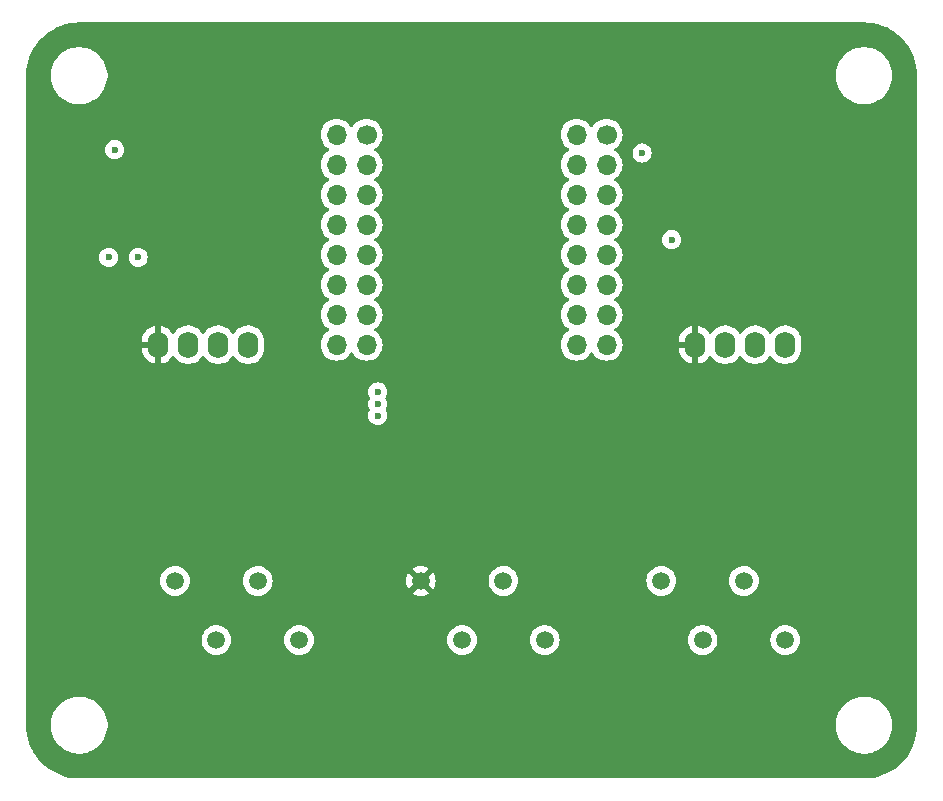
<source format=gbl>
G04 #@! TF.GenerationSoftware,KiCad,Pcbnew,8.0.8*
G04 #@! TF.CreationDate,2025-02-11T18:02:45+01:00*
G04 #@! TF.ProjectId,PCB,5043422e-6b69-4636-9164-5f7063625858,rev?*
G04 #@! TF.SameCoordinates,Original*
G04 #@! TF.FileFunction,Copper,L4,Bot*
G04 #@! TF.FilePolarity,Positive*
%FSLAX46Y46*%
G04 Gerber Fmt 4.6, Leading zero omitted, Abs format (unit mm)*
G04 Created by KiCad (PCBNEW 8.0.8) date 2025-02-11 18:02:45*
%MOMM*%
%LPD*%
G01*
G04 APERTURE LIST*
G04 #@! TA.AperFunction,ComponentPad*
%ADD10O,1.750000X2.250000*%
G04 #@! TD*
G04 #@! TA.AperFunction,ComponentPad*
%ADD11C,1.700000*%
G04 #@! TD*
G04 #@! TA.AperFunction,ComponentPad*
%ADD12O,1.700000X1.700000*%
G04 #@! TD*
G04 #@! TA.AperFunction,ComponentPad*
%ADD13C,1.508000*%
G04 #@! TD*
G04 #@! TA.AperFunction,ViaPad*
%ADD14C,0.600000*%
G04 #@! TD*
G04 APERTURE END LIST*
D10*
X160662000Y-83820000D03*
X163202000Y-83820000D03*
X165742000Y-83820000D03*
X168282000Y-83820000D03*
D11*
X132842000Y-66040000D03*
D12*
X130302000Y-66040000D03*
X132842000Y-68580000D03*
X130302000Y-68580000D03*
X132842000Y-71120000D03*
X130302000Y-71120000D03*
X132842000Y-73660000D03*
X130302000Y-73660000D03*
X132842000Y-76200000D03*
X130302000Y-76200000D03*
X132842000Y-78740000D03*
X130302000Y-78740000D03*
X132842000Y-81280000D03*
X130302000Y-81280000D03*
X132842000Y-83820000D03*
X130302000Y-83820000D03*
D13*
X116622000Y-103820000D03*
X120122000Y-108820000D03*
X123622000Y-103820000D03*
X127122000Y-108820000D03*
X137424500Y-103820000D03*
X140924500Y-108820000D03*
X144424500Y-103820000D03*
X147924500Y-108820000D03*
D10*
X115182000Y-83820000D03*
X117722000Y-83820000D03*
X120262000Y-83820000D03*
X122802000Y-83820000D03*
D11*
X153162000Y-66040000D03*
D12*
X150622000Y-66040000D03*
X153162000Y-68580000D03*
X150622000Y-68580000D03*
X153162000Y-71120000D03*
X150622000Y-71120000D03*
X153162000Y-73660000D03*
X150622000Y-73660000D03*
X153162000Y-76200000D03*
X150622000Y-76200000D03*
X153162000Y-78740000D03*
X150622000Y-78740000D03*
X153162000Y-81280000D03*
X150622000Y-81280000D03*
X153162000Y-83820000D03*
X150622000Y-83820000D03*
D13*
X157782000Y-103820000D03*
X161282000Y-108820000D03*
X164782000Y-103820000D03*
X168282000Y-108820000D03*
D14*
X156162000Y-67590000D03*
X133777000Y-87820000D03*
X133777000Y-89820000D03*
X158662000Y-74930000D03*
X133777000Y-88820000D03*
X111502000Y-67310000D03*
X111002000Y-76430000D03*
X113502000Y-76430000D03*
X173730000Y-67590000D03*
X129327000Y-88820000D03*
X129327000Y-87820000D03*
X171770000Y-74930000D03*
X129327000Y-89820000D03*
G04 #@! TA.AperFunction,Conductor*
G36*
X174964702Y-56540617D02*
G01*
X175348771Y-56557386D01*
X175359506Y-56558326D01*
X175737971Y-56608152D01*
X175748597Y-56610025D01*
X176121284Y-56692648D01*
X176131710Y-56695442D01*
X176495765Y-56810227D01*
X176505911Y-56813920D01*
X176858578Y-56960000D01*
X176868369Y-56964566D01*
X177206942Y-57140816D01*
X177216310Y-57146224D01*
X177538244Y-57351318D01*
X177547105Y-57357523D01*
X177849930Y-57589889D01*
X177858217Y-57596843D01*
X178139635Y-57854715D01*
X178147284Y-57862364D01*
X178405156Y-58143782D01*
X178412110Y-58152069D01*
X178644476Y-58454894D01*
X178650681Y-58463755D01*
X178855775Y-58785689D01*
X178861183Y-58795057D01*
X179037430Y-59133623D01*
X179042002Y-59143427D01*
X179188075Y-59496078D01*
X179191775Y-59506244D01*
X179306554Y-59870278D01*
X179309354Y-59880727D01*
X179391971Y-60253389D01*
X179393849Y-60264042D01*
X179443671Y-60642473D01*
X179444614Y-60653249D01*
X179461382Y-61037297D01*
X179461500Y-61042706D01*
X179461500Y-116037293D01*
X179461382Y-116042702D01*
X179444614Y-116426750D01*
X179443671Y-116437526D01*
X179393849Y-116815957D01*
X179391971Y-116826610D01*
X179309354Y-117199272D01*
X179306554Y-117209721D01*
X179191775Y-117573755D01*
X179188075Y-117583921D01*
X179042002Y-117936572D01*
X179037430Y-117946376D01*
X178861183Y-118284942D01*
X178855775Y-118294310D01*
X178650681Y-118616244D01*
X178644476Y-118625105D01*
X178412110Y-118927930D01*
X178405156Y-118936217D01*
X178147284Y-119217635D01*
X178139635Y-119225284D01*
X177858217Y-119483156D01*
X177849930Y-119490110D01*
X177547105Y-119722476D01*
X177538244Y-119728681D01*
X177216310Y-119933775D01*
X177206942Y-119939183D01*
X176868376Y-120115430D01*
X176858572Y-120120002D01*
X176505921Y-120266075D01*
X176495755Y-120269775D01*
X176131721Y-120384554D01*
X176121272Y-120387354D01*
X175748610Y-120469971D01*
X175737957Y-120471849D01*
X175359526Y-120521671D01*
X175348750Y-120522614D01*
X174964703Y-120539382D01*
X174959294Y-120539500D01*
X108504706Y-120539500D01*
X108499297Y-120539382D01*
X108115249Y-120522614D01*
X108104473Y-120521671D01*
X107726042Y-120471849D01*
X107715389Y-120469971D01*
X107342727Y-120387354D01*
X107332278Y-120384554D01*
X106968244Y-120269775D01*
X106958078Y-120266075D01*
X106605427Y-120120002D01*
X106595623Y-120115430D01*
X106257057Y-119939183D01*
X106247689Y-119933775D01*
X105925755Y-119728681D01*
X105916894Y-119722476D01*
X105614069Y-119490110D01*
X105605782Y-119483156D01*
X105324364Y-119225284D01*
X105316715Y-119217635D01*
X105058843Y-118936217D01*
X105051889Y-118927930D01*
X104819523Y-118625105D01*
X104813318Y-118616244D01*
X104608224Y-118294310D01*
X104602816Y-118284942D01*
X104590492Y-118261267D01*
X104426566Y-117946369D01*
X104421997Y-117936572D01*
X104378986Y-117832734D01*
X104275920Y-117583911D01*
X104272224Y-117573755D01*
X104227305Y-117431289D01*
X104157442Y-117209710D01*
X104154648Y-117199284D01*
X104072025Y-116826597D01*
X104070152Y-116815971D01*
X104020326Y-116437506D01*
X104019386Y-116426771D01*
X104002618Y-116042702D01*
X104002500Y-116037293D01*
X104002500Y-115905186D01*
X106101500Y-115905186D01*
X106101500Y-116174813D01*
X106131686Y-116442719D01*
X106131688Y-116442731D01*
X106191684Y-116705594D01*
X106191687Y-116705602D01*
X106280734Y-116960082D01*
X106397714Y-117202994D01*
X106401941Y-117209721D01*
X106541162Y-117431289D01*
X106709266Y-117642085D01*
X106899915Y-117832734D01*
X107110711Y-118000838D01*
X107339003Y-118144284D01*
X107581921Y-118261267D01*
X107773049Y-118328145D01*
X107836397Y-118350312D01*
X107836405Y-118350315D01*
X107836408Y-118350315D01*
X107836409Y-118350316D01*
X108099268Y-118410312D01*
X108367187Y-118440499D01*
X108367188Y-118440500D01*
X108367191Y-118440500D01*
X108636812Y-118440500D01*
X108636812Y-118440499D01*
X108904732Y-118410312D01*
X109167591Y-118350316D01*
X109422079Y-118261267D01*
X109664997Y-118144284D01*
X109893289Y-118000838D01*
X110104085Y-117832734D01*
X110294734Y-117642085D01*
X110462838Y-117431289D01*
X110606284Y-117202997D01*
X110723267Y-116960079D01*
X110812316Y-116705591D01*
X110872312Y-116442732D01*
X110902500Y-116174809D01*
X110902500Y-115905191D01*
X110902499Y-115905186D01*
X172561500Y-115905186D01*
X172561500Y-116174813D01*
X172591686Y-116442719D01*
X172591688Y-116442731D01*
X172651684Y-116705594D01*
X172651687Y-116705602D01*
X172740734Y-116960082D01*
X172857714Y-117202994D01*
X172861941Y-117209721D01*
X173001162Y-117431289D01*
X173169266Y-117642085D01*
X173359915Y-117832734D01*
X173570711Y-118000838D01*
X173799003Y-118144284D01*
X174041921Y-118261267D01*
X174233049Y-118328145D01*
X174296397Y-118350312D01*
X174296405Y-118350315D01*
X174296408Y-118350315D01*
X174296409Y-118350316D01*
X174559268Y-118410312D01*
X174827187Y-118440499D01*
X174827188Y-118440500D01*
X174827191Y-118440500D01*
X175096812Y-118440500D01*
X175096812Y-118440499D01*
X175364732Y-118410312D01*
X175627591Y-118350316D01*
X175882079Y-118261267D01*
X176124997Y-118144284D01*
X176353289Y-118000838D01*
X176564085Y-117832734D01*
X176754734Y-117642085D01*
X176922838Y-117431289D01*
X177066284Y-117202997D01*
X177183267Y-116960079D01*
X177272316Y-116705591D01*
X177332312Y-116442732D01*
X177362500Y-116174809D01*
X177362500Y-115905191D01*
X177332312Y-115637268D01*
X177272316Y-115374409D01*
X177183267Y-115119921D01*
X177066284Y-114877003D01*
X176922838Y-114648711D01*
X176754734Y-114437915D01*
X176564085Y-114247266D01*
X176353289Y-114079162D01*
X176124997Y-113935716D01*
X176124994Y-113935714D01*
X175882082Y-113818734D01*
X175627602Y-113729687D01*
X175627594Y-113729684D01*
X175430446Y-113684687D01*
X175364732Y-113669688D01*
X175364728Y-113669687D01*
X175364719Y-113669686D01*
X175096813Y-113639500D01*
X175096809Y-113639500D01*
X174827191Y-113639500D01*
X174827186Y-113639500D01*
X174559280Y-113669686D01*
X174559268Y-113669688D01*
X174296405Y-113729684D01*
X174296397Y-113729687D01*
X174041917Y-113818734D01*
X173799005Y-113935714D01*
X173570712Y-114079161D01*
X173359915Y-114247265D01*
X173169265Y-114437915D01*
X173001161Y-114648712D01*
X172857714Y-114877005D01*
X172740734Y-115119917D01*
X172651687Y-115374397D01*
X172651684Y-115374405D01*
X172591688Y-115637268D01*
X172591686Y-115637280D01*
X172561500Y-115905186D01*
X110902499Y-115905186D01*
X110872312Y-115637268D01*
X110812316Y-115374409D01*
X110723267Y-115119921D01*
X110606284Y-114877003D01*
X110462838Y-114648711D01*
X110294734Y-114437915D01*
X110104085Y-114247266D01*
X109893289Y-114079162D01*
X109664997Y-113935716D01*
X109664994Y-113935714D01*
X109422082Y-113818734D01*
X109167602Y-113729687D01*
X109167594Y-113729684D01*
X108970446Y-113684687D01*
X108904732Y-113669688D01*
X108904728Y-113669687D01*
X108904719Y-113669686D01*
X108636813Y-113639500D01*
X108636809Y-113639500D01*
X108367191Y-113639500D01*
X108367186Y-113639500D01*
X108099280Y-113669686D01*
X108099268Y-113669688D01*
X107836405Y-113729684D01*
X107836397Y-113729687D01*
X107581917Y-113818734D01*
X107339005Y-113935714D01*
X107110712Y-114079161D01*
X106899915Y-114247265D01*
X106709265Y-114437915D01*
X106541161Y-114648712D01*
X106397714Y-114877005D01*
X106280734Y-115119917D01*
X106191687Y-115374397D01*
X106191684Y-115374405D01*
X106131688Y-115637268D01*
X106131686Y-115637280D01*
X106101500Y-115905186D01*
X104002500Y-115905186D01*
X104002500Y-108819997D01*
X118862708Y-108819997D01*
X118862708Y-108820000D01*
X118881839Y-109038674D01*
X118938653Y-109250703D01*
X118938654Y-109250706D01*
X118938655Y-109250708D01*
X119031419Y-109449642D01*
X119031423Y-109449650D01*
X119157322Y-109629452D01*
X119157327Y-109629458D01*
X119312541Y-109784672D01*
X119312547Y-109784677D01*
X119492349Y-109910576D01*
X119492351Y-109910577D01*
X119492354Y-109910579D01*
X119691297Y-110003347D01*
X119903326Y-110060161D01*
X120059521Y-110073826D01*
X120121998Y-110079292D01*
X120122000Y-110079292D01*
X120122002Y-110079292D01*
X120176668Y-110074509D01*
X120340674Y-110060161D01*
X120552703Y-110003347D01*
X120751646Y-109910579D01*
X120931457Y-109784674D01*
X121086674Y-109629457D01*
X121212579Y-109449646D01*
X121305347Y-109250703D01*
X121362161Y-109038674D01*
X121381292Y-108820000D01*
X121381292Y-108819997D01*
X125862708Y-108819997D01*
X125862708Y-108820000D01*
X125881839Y-109038674D01*
X125938653Y-109250703D01*
X125938654Y-109250706D01*
X125938655Y-109250708D01*
X126031419Y-109449642D01*
X126031423Y-109449650D01*
X126157322Y-109629452D01*
X126157327Y-109629458D01*
X126312541Y-109784672D01*
X126312547Y-109784677D01*
X126492349Y-109910576D01*
X126492351Y-109910577D01*
X126492354Y-109910579D01*
X126691297Y-110003347D01*
X126903326Y-110060161D01*
X127059521Y-110073826D01*
X127121998Y-110079292D01*
X127122000Y-110079292D01*
X127122002Y-110079292D01*
X127176668Y-110074509D01*
X127340674Y-110060161D01*
X127552703Y-110003347D01*
X127751646Y-109910579D01*
X127931457Y-109784674D01*
X128086674Y-109629457D01*
X128212579Y-109449646D01*
X128305347Y-109250703D01*
X128362161Y-109038674D01*
X128381292Y-108820000D01*
X128381292Y-108819997D01*
X139665208Y-108819997D01*
X139665208Y-108820000D01*
X139684339Y-109038674D01*
X139741153Y-109250703D01*
X139741154Y-109250706D01*
X139741155Y-109250708D01*
X139833919Y-109449642D01*
X139833923Y-109449650D01*
X139959822Y-109629452D01*
X139959827Y-109629458D01*
X140115041Y-109784672D01*
X140115047Y-109784677D01*
X140294849Y-109910576D01*
X140294851Y-109910577D01*
X140294854Y-109910579D01*
X140493797Y-110003347D01*
X140705826Y-110060161D01*
X140862021Y-110073826D01*
X140924498Y-110079292D01*
X140924500Y-110079292D01*
X140924502Y-110079292D01*
X140979168Y-110074509D01*
X141143174Y-110060161D01*
X141355203Y-110003347D01*
X141554146Y-109910579D01*
X141733957Y-109784674D01*
X141889174Y-109629457D01*
X142015079Y-109449646D01*
X142107847Y-109250703D01*
X142164661Y-109038674D01*
X142183792Y-108820000D01*
X142183792Y-108819997D01*
X146665208Y-108819997D01*
X146665208Y-108820000D01*
X146684339Y-109038674D01*
X146741153Y-109250703D01*
X146741154Y-109250706D01*
X146741155Y-109250708D01*
X146833919Y-109449642D01*
X146833923Y-109449650D01*
X146959822Y-109629452D01*
X146959827Y-109629458D01*
X147115041Y-109784672D01*
X147115047Y-109784677D01*
X147294849Y-109910576D01*
X147294851Y-109910577D01*
X147294854Y-109910579D01*
X147493797Y-110003347D01*
X147705826Y-110060161D01*
X147862021Y-110073826D01*
X147924498Y-110079292D01*
X147924500Y-110079292D01*
X147924502Y-110079292D01*
X147979168Y-110074509D01*
X148143174Y-110060161D01*
X148355203Y-110003347D01*
X148554146Y-109910579D01*
X148733957Y-109784674D01*
X148889174Y-109629457D01*
X149015079Y-109449646D01*
X149107847Y-109250703D01*
X149164661Y-109038674D01*
X149183792Y-108820000D01*
X149183792Y-108819997D01*
X160022708Y-108819997D01*
X160022708Y-108820000D01*
X160041839Y-109038674D01*
X160098653Y-109250703D01*
X160098654Y-109250706D01*
X160098655Y-109250708D01*
X160191419Y-109449642D01*
X160191423Y-109449650D01*
X160317322Y-109629452D01*
X160317327Y-109629458D01*
X160472541Y-109784672D01*
X160472547Y-109784677D01*
X160652349Y-109910576D01*
X160652351Y-109910577D01*
X160652354Y-109910579D01*
X160851297Y-110003347D01*
X161063326Y-110060161D01*
X161219521Y-110073826D01*
X161281998Y-110079292D01*
X161282000Y-110079292D01*
X161282002Y-110079292D01*
X161336668Y-110074509D01*
X161500674Y-110060161D01*
X161712703Y-110003347D01*
X161911646Y-109910579D01*
X162091457Y-109784674D01*
X162246674Y-109629457D01*
X162372579Y-109449646D01*
X162465347Y-109250703D01*
X162522161Y-109038674D01*
X162541292Y-108820000D01*
X162541292Y-108819997D01*
X167022708Y-108819997D01*
X167022708Y-108820000D01*
X167041839Y-109038674D01*
X167098653Y-109250703D01*
X167098654Y-109250706D01*
X167098655Y-109250708D01*
X167191419Y-109449642D01*
X167191423Y-109449650D01*
X167317322Y-109629452D01*
X167317327Y-109629458D01*
X167472541Y-109784672D01*
X167472547Y-109784677D01*
X167652349Y-109910576D01*
X167652351Y-109910577D01*
X167652354Y-109910579D01*
X167851297Y-110003347D01*
X168063326Y-110060161D01*
X168219521Y-110073826D01*
X168281998Y-110079292D01*
X168282000Y-110079292D01*
X168282002Y-110079292D01*
X168336668Y-110074509D01*
X168500674Y-110060161D01*
X168712703Y-110003347D01*
X168911646Y-109910579D01*
X169091457Y-109784674D01*
X169246674Y-109629457D01*
X169372579Y-109449646D01*
X169465347Y-109250703D01*
X169522161Y-109038674D01*
X169541292Y-108820000D01*
X169522161Y-108601326D01*
X169465347Y-108389297D01*
X169372579Y-108190354D01*
X169372577Y-108190351D01*
X169372576Y-108190349D01*
X169246677Y-108010547D01*
X169246672Y-108010541D01*
X169091458Y-107855327D01*
X169091452Y-107855322D01*
X168911650Y-107729423D01*
X168911642Y-107729419D01*
X168712708Y-107636655D01*
X168712706Y-107636654D01*
X168712703Y-107636653D01*
X168561885Y-107596240D01*
X168500675Y-107579839D01*
X168500668Y-107579838D01*
X168282002Y-107560708D01*
X168281998Y-107560708D01*
X168063331Y-107579838D01*
X168063324Y-107579839D01*
X167940902Y-107612642D01*
X167851297Y-107636653D01*
X167851295Y-107636653D01*
X167851291Y-107636655D01*
X167652357Y-107729419D01*
X167652349Y-107729423D01*
X167472547Y-107855322D01*
X167472541Y-107855327D01*
X167317327Y-108010541D01*
X167317322Y-108010547D01*
X167191423Y-108190349D01*
X167191419Y-108190357D01*
X167098655Y-108389291D01*
X167041839Y-108601324D01*
X167041838Y-108601331D01*
X167022708Y-108819997D01*
X162541292Y-108819997D01*
X162522161Y-108601326D01*
X162465347Y-108389297D01*
X162372579Y-108190354D01*
X162372577Y-108190351D01*
X162372576Y-108190349D01*
X162246677Y-108010547D01*
X162246672Y-108010541D01*
X162091458Y-107855327D01*
X162091452Y-107855322D01*
X161911650Y-107729423D01*
X161911642Y-107729419D01*
X161712708Y-107636655D01*
X161712706Y-107636654D01*
X161712703Y-107636653D01*
X161561885Y-107596240D01*
X161500675Y-107579839D01*
X161500668Y-107579838D01*
X161282002Y-107560708D01*
X161281998Y-107560708D01*
X161063331Y-107579838D01*
X161063324Y-107579839D01*
X160940902Y-107612642D01*
X160851297Y-107636653D01*
X160851295Y-107636653D01*
X160851291Y-107636655D01*
X160652357Y-107729419D01*
X160652349Y-107729423D01*
X160472547Y-107855322D01*
X160472541Y-107855327D01*
X160317327Y-108010541D01*
X160317322Y-108010547D01*
X160191423Y-108190349D01*
X160191419Y-108190357D01*
X160098655Y-108389291D01*
X160041839Y-108601324D01*
X160041838Y-108601331D01*
X160022708Y-108819997D01*
X149183792Y-108819997D01*
X149164661Y-108601326D01*
X149107847Y-108389297D01*
X149015079Y-108190354D01*
X149015077Y-108190351D01*
X149015076Y-108190349D01*
X148889177Y-108010547D01*
X148889172Y-108010541D01*
X148733958Y-107855327D01*
X148733952Y-107855322D01*
X148554150Y-107729423D01*
X148554142Y-107729419D01*
X148355208Y-107636655D01*
X148355206Y-107636654D01*
X148355203Y-107636653D01*
X148204385Y-107596240D01*
X148143175Y-107579839D01*
X148143168Y-107579838D01*
X147924502Y-107560708D01*
X147924498Y-107560708D01*
X147705831Y-107579838D01*
X147705824Y-107579839D01*
X147583402Y-107612642D01*
X147493797Y-107636653D01*
X147493795Y-107636653D01*
X147493791Y-107636655D01*
X147294857Y-107729419D01*
X147294849Y-107729423D01*
X147115047Y-107855322D01*
X147115041Y-107855327D01*
X146959827Y-108010541D01*
X146959822Y-108010547D01*
X146833923Y-108190349D01*
X146833919Y-108190357D01*
X146741155Y-108389291D01*
X146684339Y-108601324D01*
X146684338Y-108601331D01*
X146665208Y-108819997D01*
X142183792Y-108819997D01*
X142164661Y-108601326D01*
X142107847Y-108389297D01*
X142015079Y-108190354D01*
X142015077Y-108190351D01*
X142015076Y-108190349D01*
X141889177Y-108010547D01*
X141889172Y-108010541D01*
X141733958Y-107855327D01*
X141733952Y-107855322D01*
X141554150Y-107729423D01*
X141554142Y-107729419D01*
X141355208Y-107636655D01*
X141355206Y-107636654D01*
X141355203Y-107636653D01*
X141204385Y-107596240D01*
X141143175Y-107579839D01*
X141143168Y-107579838D01*
X140924502Y-107560708D01*
X140924498Y-107560708D01*
X140705831Y-107579838D01*
X140705824Y-107579839D01*
X140583402Y-107612642D01*
X140493797Y-107636653D01*
X140493795Y-107636653D01*
X140493791Y-107636655D01*
X140294857Y-107729419D01*
X140294849Y-107729423D01*
X140115047Y-107855322D01*
X140115041Y-107855327D01*
X139959827Y-108010541D01*
X139959822Y-108010547D01*
X139833923Y-108190349D01*
X139833919Y-108190357D01*
X139741155Y-108389291D01*
X139684339Y-108601324D01*
X139684338Y-108601331D01*
X139665208Y-108819997D01*
X128381292Y-108819997D01*
X128362161Y-108601326D01*
X128305347Y-108389297D01*
X128212579Y-108190354D01*
X128212577Y-108190351D01*
X128212576Y-108190349D01*
X128086677Y-108010547D01*
X128086672Y-108010541D01*
X127931458Y-107855327D01*
X127931452Y-107855322D01*
X127751650Y-107729423D01*
X127751642Y-107729419D01*
X127552708Y-107636655D01*
X127552706Y-107636654D01*
X127552703Y-107636653D01*
X127401885Y-107596240D01*
X127340675Y-107579839D01*
X127340668Y-107579838D01*
X127122002Y-107560708D01*
X127121998Y-107560708D01*
X126903331Y-107579838D01*
X126903324Y-107579839D01*
X126780902Y-107612642D01*
X126691297Y-107636653D01*
X126691295Y-107636653D01*
X126691291Y-107636655D01*
X126492357Y-107729419D01*
X126492349Y-107729423D01*
X126312547Y-107855322D01*
X126312541Y-107855327D01*
X126157327Y-108010541D01*
X126157322Y-108010547D01*
X126031423Y-108190349D01*
X126031419Y-108190357D01*
X125938655Y-108389291D01*
X125881839Y-108601324D01*
X125881838Y-108601331D01*
X125862708Y-108819997D01*
X121381292Y-108819997D01*
X121362161Y-108601326D01*
X121305347Y-108389297D01*
X121212579Y-108190354D01*
X121212577Y-108190351D01*
X121212576Y-108190349D01*
X121086677Y-108010547D01*
X121086672Y-108010541D01*
X120931458Y-107855327D01*
X120931452Y-107855322D01*
X120751650Y-107729423D01*
X120751642Y-107729419D01*
X120552708Y-107636655D01*
X120552706Y-107636654D01*
X120552703Y-107636653D01*
X120401885Y-107596240D01*
X120340675Y-107579839D01*
X120340668Y-107579838D01*
X120122002Y-107560708D01*
X120121998Y-107560708D01*
X119903331Y-107579838D01*
X119903324Y-107579839D01*
X119780902Y-107612642D01*
X119691297Y-107636653D01*
X119691295Y-107636653D01*
X119691291Y-107636655D01*
X119492357Y-107729419D01*
X119492349Y-107729423D01*
X119312547Y-107855322D01*
X119312541Y-107855327D01*
X119157327Y-108010541D01*
X119157322Y-108010547D01*
X119031423Y-108190349D01*
X119031419Y-108190357D01*
X118938655Y-108389291D01*
X118881839Y-108601324D01*
X118881838Y-108601331D01*
X118862708Y-108819997D01*
X104002500Y-108819997D01*
X104002500Y-103819997D01*
X115362708Y-103819997D01*
X115362708Y-103820002D01*
X115381831Y-104038592D01*
X115381839Y-104038674D01*
X115438653Y-104250703D01*
X115438654Y-104250706D01*
X115438655Y-104250708D01*
X115531419Y-104449642D01*
X115531423Y-104449650D01*
X115657322Y-104629452D01*
X115657327Y-104629458D01*
X115812541Y-104784672D01*
X115812547Y-104784677D01*
X115992349Y-104910576D01*
X115992351Y-104910577D01*
X115992354Y-104910579D01*
X116191297Y-105003347D01*
X116403326Y-105060161D01*
X116559521Y-105073826D01*
X116621998Y-105079292D01*
X116622000Y-105079292D01*
X116622002Y-105079292D01*
X116676668Y-105074509D01*
X116840674Y-105060161D01*
X117052703Y-105003347D01*
X117251646Y-104910579D01*
X117431457Y-104784674D01*
X117586674Y-104629457D01*
X117712579Y-104449646D01*
X117805347Y-104250703D01*
X117862161Y-104038674D01*
X117881292Y-103820000D01*
X117881292Y-103819997D01*
X122362708Y-103819997D01*
X122362708Y-103820002D01*
X122381831Y-104038592D01*
X122381839Y-104038674D01*
X122438653Y-104250703D01*
X122438654Y-104250706D01*
X122438655Y-104250708D01*
X122531419Y-104449642D01*
X122531423Y-104449650D01*
X122657322Y-104629452D01*
X122657327Y-104629458D01*
X122812541Y-104784672D01*
X122812547Y-104784677D01*
X122992349Y-104910576D01*
X122992351Y-104910577D01*
X122992354Y-104910579D01*
X123191297Y-105003347D01*
X123403326Y-105060161D01*
X123559521Y-105073826D01*
X123621998Y-105079292D01*
X123622000Y-105079292D01*
X123622002Y-105079292D01*
X123676668Y-105074509D01*
X123840674Y-105060161D01*
X124052703Y-105003347D01*
X124251646Y-104910579D01*
X124431457Y-104784674D01*
X124586674Y-104629457D01*
X124712579Y-104449646D01*
X124805347Y-104250703D01*
X124862161Y-104038674D01*
X124881292Y-103820000D01*
X124881292Y-103819999D01*
X136165710Y-103819999D01*
X136165710Y-103820000D01*
X136184833Y-104038582D01*
X136184835Y-104038592D01*
X136241621Y-104250524D01*
X136241625Y-104250533D01*
X136334354Y-104449392D01*
X136378503Y-104512443D01*
X136941537Y-103949409D01*
X136958575Y-104012993D01*
X137024401Y-104127007D01*
X137117493Y-104220099D01*
X137231507Y-104285925D01*
X137295090Y-104302962D01*
X136732055Y-104865996D01*
X136795101Y-104910142D01*
X136795105Y-104910144D01*
X136993966Y-105002874D01*
X136993975Y-105002878D01*
X137205907Y-105059664D01*
X137205917Y-105059666D01*
X137424499Y-105078790D01*
X137424501Y-105078790D01*
X137643082Y-105059666D01*
X137643092Y-105059664D01*
X137855024Y-105002878D01*
X137855033Y-105002874D01*
X138053892Y-104910145D01*
X138116943Y-104865995D01*
X137553910Y-104302962D01*
X137617493Y-104285925D01*
X137731507Y-104220099D01*
X137824599Y-104127007D01*
X137890425Y-104012993D01*
X137907462Y-103949409D01*
X138470495Y-104512442D01*
X138514645Y-104449392D01*
X138607374Y-104250533D01*
X138607378Y-104250524D01*
X138664164Y-104038592D01*
X138664166Y-104038582D01*
X138683290Y-103820000D01*
X138683290Y-103819999D01*
X138683290Y-103819997D01*
X143165208Y-103819997D01*
X143165208Y-103820002D01*
X143184331Y-104038592D01*
X143184339Y-104038674D01*
X143241153Y-104250703D01*
X143241154Y-104250706D01*
X143241155Y-104250708D01*
X143333919Y-104449642D01*
X143333923Y-104449650D01*
X143459822Y-104629452D01*
X143459827Y-104629458D01*
X143615041Y-104784672D01*
X143615047Y-104784677D01*
X143794849Y-104910576D01*
X143794851Y-104910577D01*
X143794854Y-104910579D01*
X143993797Y-105003347D01*
X144205826Y-105060161D01*
X144362021Y-105073826D01*
X144424498Y-105079292D01*
X144424500Y-105079292D01*
X144424502Y-105079292D01*
X144479168Y-105074509D01*
X144643174Y-105060161D01*
X144855203Y-105003347D01*
X145054146Y-104910579D01*
X145233957Y-104784674D01*
X145389174Y-104629457D01*
X145515079Y-104449646D01*
X145607847Y-104250703D01*
X145664661Y-104038674D01*
X145683792Y-103820000D01*
X145683792Y-103819997D01*
X156522708Y-103819997D01*
X156522708Y-103820002D01*
X156541831Y-104038592D01*
X156541839Y-104038674D01*
X156598653Y-104250703D01*
X156598654Y-104250706D01*
X156598655Y-104250708D01*
X156691419Y-104449642D01*
X156691423Y-104449650D01*
X156817322Y-104629452D01*
X156817327Y-104629458D01*
X156972541Y-104784672D01*
X156972547Y-104784677D01*
X157152349Y-104910576D01*
X157152351Y-104910577D01*
X157152354Y-104910579D01*
X157351297Y-105003347D01*
X157563326Y-105060161D01*
X157719521Y-105073826D01*
X157781998Y-105079292D01*
X157782000Y-105079292D01*
X157782002Y-105079292D01*
X157836668Y-105074509D01*
X158000674Y-105060161D01*
X158212703Y-105003347D01*
X158411646Y-104910579D01*
X158591457Y-104784674D01*
X158746674Y-104629457D01*
X158872579Y-104449646D01*
X158965347Y-104250703D01*
X159022161Y-104038674D01*
X159041292Y-103820000D01*
X159041292Y-103819997D01*
X163522708Y-103819997D01*
X163522708Y-103820002D01*
X163541831Y-104038592D01*
X163541839Y-104038674D01*
X163598653Y-104250703D01*
X163598654Y-104250706D01*
X163598655Y-104250708D01*
X163691419Y-104449642D01*
X163691423Y-104449650D01*
X163817322Y-104629452D01*
X163817327Y-104629458D01*
X163972541Y-104784672D01*
X163972547Y-104784677D01*
X164152349Y-104910576D01*
X164152351Y-104910577D01*
X164152354Y-104910579D01*
X164351297Y-105003347D01*
X164563326Y-105060161D01*
X164719521Y-105073826D01*
X164781998Y-105079292D01*
X164782000Y-105079292D01*
X164782002Y-105079292D01*
X164836668Y-105074509D01*
X165000674Y-105060161D01*
X165212703Y-105003347D01*
X165411646Y-104910579D01*
X165591457Y-104784674D01*
X165746674Y-104629457D01*
X165872579Y-104449646D01*
X165965347Y-104250703D01*
X166022161Y-104038674D01*
X166041292Y-103820000D01*
X166022161Y-103601326D01*
X165965347Y-103389297D01*
X165872579Y-103190354D01*
X165872577Y-103190351D01*
X165872576Y-103190349D01*
X165746677Y-103010547D01*
X165746672Y-103010541D01*
X165591458Y-102855327D01*
X165591452Y-102855322D01*
X165411650Y-102729423D01*
X165411642Y-102729419D01*
X165212708Y-102636655D01*
X165212706Y-102636654D01*
X165212703Y-102636653D01*
X165061885Y-102596240D01*
X165000675Y-102579839D01*
X165000668Y-102579838D01*
X164782002Y-102560708D01*
X164781998Y-102560708D01*
X164563331Y-102579838D01*
X164563324Y-102579839D01*
X164440902Y-102612642D01*
X164351297Y-102636653D01*
X164351295Y-102636653D01*
X164351291Y-102636655D01*
X164152357Y-102729419D01*
X164152349Y-102729423D01*
X163972547Y-102855322D01*
X163972541Y-102855327D01*
X163817327Y-103010541D01*
X163817322Y-103010547D01*
X163691423Y-103190349D01*
X163691419Y-103190357D01*
X163598655Y-103389291D01*
X163598653Y-103389295D01*
X163598653Y-103389297D01*
X163590453Y-103419901D01*
X163541839Y-103601324D01*
X163541838Y-103601331D01*
X163522708Y-103819997D01*
X159041292Y-103819997D01*
X159022161Y-103601326D01*
X158965347Y-103389297D01*
X158872579Y-103190354D01*
X158872577Y-103190351D01*
X158872576Y-103190349D01*
X158746677Y-103010547D01*
X158746672Y-103010541D01*
X158591458Y-102855327D01*
X158591452Y-102855322D01*
X158411650Y-102729423D01*
X158411642Y-102729419D01*
X158212708Y-102636655D01*
X158212706Y-102636654D01*
X158212703Y-102636653D01*
X158061885Y-102596240D01*
X158000675Y-102579839D01*
X158000668Y-102579838D01*
X157782002Y-102560708D01*
X157781998Y-102560708D01*
X157563331Y-102579838D01*
X157563324Y-102579839D01*
X157440902Y-102612642D01*
X157351297Y-102636653D01*
X157351295Y-102636653D01*
X157351291Y-102636655D01*
X157152357Y-102729419D01*
X157152349Y-102729423D01*
X156972547Y-102855322D01*
X156972541Y-102855327D01*
X156817327Y-103010541D01*
X156817322Y-103010547D01*
X156691423Y-103190349D01*
X156691419Y-103190357D01*
X156598655Y-103389291D01*
X156598653Y-103389295D01*
X156598653Y-103389297D01*
X156590453Y-103419901D01*
X156541839Y-103601324D01*
X156541838Y-103601331D01*
X156522708Y-103819997D01*
X145683792Y-103819997D01*
X145664661Y-103601326D01*
X145607847Y-103389297D01*
X145515079Y-103190354D01*
X145515077Y-103190351D01*
X145515076Y-103190349D01*
X145389177Y-103010547D01*
X145389172Y-103010541D01*
X145233958Y-102855327D01*
X145233952Y-102855322D01*
X145054150Y-102729423D01*
X145054142Y-102729419D01*
X144855208Y-102636655D01*
X144855206Y-102636654D01*
X144855203Y-102636653D01*
X144704385Y-102596240D01*
X144643175Y-102579839D01*
X144643168Y-102579838D01*
X144424502Y-102560708D01*
X144424498Y-102560708D01*
X144205831Y-102579838D01*
X144205824Y-102579839D01*
X144083402Y-102612642D01*
X143993797Y-102636653D01*
X143993795Y-102636653D01*
X143993791Y-102636655D01*
X143794857Y-102729419D01*
X143794849Y-102729423D01*
X143615047Y-102855322D01*
X143615041Y-102855327D01*
X143459827Y-103010541D01*
X143459822Y-103010547D01*
X143333923Y-103190349D01*
X143333919Y-103190357D01*
X143241155Y-103389291D01*
X143241153Y-103389295D01*
X143241153Y-103389297D01*
X143232953Y-103419901D01*
X143184339Y-103601324D01*
X143184338Y-103601331D01*
X143165208Y-103819997D01*
X138683290Y-103819997D01*
X138664166Y-103601417D01*
X138664164Y-103601407D01*
X138607378Y-103389475D01*
X138607374Y-103389466D01*
X138514644Y-103190605D01*
X138514642Y-103190601D01*
X138470496Y-103127555D01*
X137907462Y-103690589D01*
X137890425Y-103627007D01*
X137824599Y-103512993D01*
X137731507Y-103419901D01*
X137617493Y-103354075D01*
X137553909Y-103337037D01*
X138116943Y-102774003D01*
X138053892Y-102729854D01*
X137855033Y-102637125D01*
X137855024Y-102637121D01*
X137643092Y-102580335D01*
X137643082Y-102580333D01*
X137424501Y-102561210D01*
X137424499Y-102561210D01*
X137205917Y-102580333D01*
X137205907Y-102580335D01*
X136993975Y-102637121D01*
X136993966Y-102637124D01*
X136795106Y-102729855D01*
X136795104Y-102729856D01*
X136732056Y-102774003D01*
X136732055Y-102774003D01*
X137295090Y-103337037D01*
X137231507Y-103354075D01*
X137117493Y-103419901D01*
X137024401Y-103512993D01*
X136958575Y-103627007D01*
X136941537Y-103690590D01*
X136378503Y-103127555D01*
X136378503Y-103127556D01*
X136334356Y-103190604D01*
X136334355Y-103190606D01*
X136241624Y-103389466D01*
X136241621Y-103389475D01*
X136184835Y-103601407D01*
X136184833Y-103601417D01*
X136165710Y-103819999D01*
X124881292Y-103819999D01*
X124862161Y-103601326D01*
X124805347Y-103389297D01*
X124712579Y-103190354D01*
X124712577Y-103190351D01*
X124712576Y-103190349D01*
X124586677Y-103010547D01*
X124586672Y-103010541D01*
X124431458Y-102855327D01*
X124431452Y-102855322D01*
X124251650Y-102729423D01*
X124251642Y-102729419D01*
X124052708Y-102636655D01*
X124052706Y-102636654D01*
X124052703Y-102636653D01*
X123901885Y-102596240D01*
X123840675Y-102579839D01*
X123840668Y-102579838D01*
X123622002Y-102560708D01*
X123621998Y-102560708D01*
X123403331Y-102579838D01*
X123403324Y-102579839D01*
X123280902Y-102612642D01*
X123191297Y-102636653D01*
X123191295Y-102636653D01*
X123191291Y-102636655D01*
X122992357Y-102729419D01*
X122992349Y-102729423D01*
X122812547Y-102855322D01*
X122812541Y-102855327D01*
X122657327Y-103010541D01*
X122657322Y-103010547D01*
X122531423Y-103190349D01*
X122531419Y-103190357D01*
X122438655Y-103389291D01*
X122438653Y-103389295D01*
X122438653Y-103389297D01*
X122430453Y-103419901D01*
X122381839Y-103601324D01*
X122381838Y-103601331D01*
X122362708Y-103819997D01*
X117881292Y-103819997D01*
X117862161Y-103601326D01*
X117805347Y-103389297D01*
X117712579Y-103190354D01*
X117712577Y-103190351D01*
X117712576Y-103190349D01*
X117586677Y-103010547D01*
X117586672Y-103010541D01*
X117431458Y-102855327D01*
X117431452Y-102855322D01*
X117251650Y-102729423D01*
X117251642Y-102729419D01*
X117052708Y-102636655D01*
X117052706Y-102636654D01*
X117052703Y-102636653D01*
X116901885Y-102596240D01*
X116840675Y-102579839D01*
X116840668Y-102579838D01*
X116622002Y-102560708D01*
X116621998Y-102560708D01*
X116403331Y-102579838D01*
X116403324Y-102579839D01*
X116280902Y-102612642D01*
X116191297Y-102636653D01*
X116191295Y-102636653D01*
X116191291Y-102636655D01*
X115992357Y-102729419D01*
X115992349Y-102729423D01*
X115812547Y-102855322D01*
X115812541Y-102855327D01*
X115657327Y-103010541D01*
X115657322Y-103010547D01*
X115531423Y-103190349D01*
X115531419Y-103190357D01*
X115438655Y-103389291D01*
X115438653Y-103389295D01*
X115438653Y-103389297D01*
X115430453Y-103419901D01*
X115381839Y-103601324D01*
X115381838Y-103601331D01*
X115362708Y-103819997D01*
X104002500Y-103819997D01*
X104002500Y-87819996D01*
X132971435Y-87819996D01*
X132971435Y-87820003D01*
X132991630Y-87999249D01*
X132991633Y-87999262D01*
X133051209Y-88169520D01*
X133104309Y-88254029D01*
X133123309Y-88321266D01*
X133104309Y-88385971D01*
X133051209Y-88470479D01*
X132991633Y-88640737D01*
X132991630Y-88640750D01*
X132971435Y-88819996D01*
X132971435Y-88820003D01*
X132991630Y-88999249D01*
X132991633Y-88999262D01*
X133051209Y-89169520D01*
X133104309Y-89254029D01*
X133123309Y-89321266D01*
X133104309Y-89385971D01*
X133051209Y-89470479D01*
X132991633Y-89640737D01*
X132991630Y-89640750D01*
X132971435Y-89819996D01*
X132971435Y-89820003D01*
X132991630Y-89999249D01*
X132991631Y-89999254D01*
X133051211Y-90169523D01*
X133147184Y-90322262D01*
X133274738Y-90449816D01*
X133427478Y-90545789D01*
X133597745Y-90605368D01*
X133597750Y-90605369D01*
X133776996Y-90625565D01*
X133777000Y-90625565D01*
X133777004Y-90625565D01*
X133956249Y-90605369D01*
X133956252Y-90605368D01*
X133956255Y-90605368D01*
X134126522Y-90545789D01*
X134279262Y-90449816D01*
X134406816Y-90322262D01*
X134502789Y-90169522D01*
X134562368Y-89999255D01*
X134582565Y-89820000D01*
X134562368Y-89640745D01*
X134502789Y-89470478D01*
X134502788Y-89470475D01*
X134449691Y-89385973D01*
X134430690Y-89318736D01*
X134449691Y-89254027D01*
X134502788Y-89169524D01*
X134502789Y-89169522D01*
X134562368Y-88999255D01*
X134582565Y-88820000D01*
X134562368Y-88640745D01*
X134502789Y-88470478D01*
X134502788Y-88470475D01*
X134449691Y-88385973D01*
X134430690Y-88318736D01*
X134449691Y-88254027D01*
X134502788Y-88169524D01*
X134502789Y-88169522D01*
X134562368Y-87999255D01*
X134582565Y-87820000D01*
X134562368Y-87640745D01*
X134502789Y-87470478D01*
X134406816Y-87317738D01*
X134279262Y-87190184D01*
X134126523Y-87094211D01*
X133956254Y-87034631D01*
X133956249Y-87034630D01*
X133777004Y-87014435D01*
X133776996Y-87014435D01*
X133597750Y-87034630D01*
X133597745Y-87034631D01*
X133427476Y-87094211D01*
X133274737Y-87190184D01*
X133147184Y-87317737D01*
X133051211Y-87470476D01*
X132991631Y-87640745D01*
X132991630Y-87640750D01*
X132971435Y-87819996D01*
X104002500Y-87819996D01*
X104002500Y-83461779D01*
X113807000Y-83461779D01*
X113807000Y-83570000D01*
X114705686Y-83570000D01*
X114681130Y-83612533D01*
X114644500Y-83749237D01*
X114644500Y-83890763D01*
X114681130Y-84027467D01*
X114705686Y-84070000D01*
X113807000Y-84070000D01*
X113807000Y-84178220D01*
X113840857Y-84391981D01*
X113907735Y-84597814D01*
X113907736Y-84597817D01*
X114005994Y-84790657D01*
X114133211Y-84965754D01*
X114133211Y-84965755D01*
X114286244Y-85118788D01*
X114461342Y-85246005D01*
X114654182Y-85344263D01*
X114654185Y-85344264D01*
X114860017Y-85411142D01*
X114932000Y-85422543D01*
X114932000Y-84296313D01*
X114974533Y-84320870D01*
X115111237Y-84357500D01*
X115252763Y-84357500D01*
X115389467Y-84320870D01*
X115432000Y-84296313D01*
X115432000Y-85422542D01*
X115503980Y-85411142D01*
X115503983Y-85411142D01*
X115709814Y-85344264D01*
X115709817Y-85344263D01*
X115902657Y-85246005D01*
X116077754Y-85118788D01*
X116077755Y-85118788D01*
X116230788Y-84965755D01*
X116230793Y-84965749D01*
X116351373Y-84799786D01*
X116406703Y-84757120D01*
X116476316Y-84751141D01*
X116538111Y-84783747D01*
X116552006Y-84799781D01*
X116672828Y-84966078D01*
X116825922Y-85119172D01*
X117001081Y-85246433D01*
X117095697Y-85294642D01*
X117193990Y-85344726D01*
X117193993Y-85344727D01*
X117296947Y-85378178D01*
X117399903Y-85411630D01*
X117613746Y-85445500D01*
X117613747Y-85445500D01*
X117830253Y-85445500D01*
X117830254Y-85445500D01*
X118044097Y-85411630D01*
X118250009Y-85344726D01*
X118442919Y-85246433D01*
X118618078Y-85119172D01*
X118771172Y-84966078D01*
X118891683Y-84800208D01*
X118947012Y-84757545D01*
X119016625Y-84751566D01*
X119078420Y-84784172D01*
X119092313Y-84800205D01*
X119212828Y-84966078D01*
X119365922Y-85119172D01*
X119541081Y-85246433D01*
X119635697Y-85294642D01*
X119733990Y-85344726D01*
X119733993Y-85344727D01*
X119836947Y-85378178D01*
X119939903Y-85411630D01*
X120153746Y-85445500D01*
X120153747Y-85445500D01*
X120370253Y-85445500D01*
X120370254Y-85445500D01*
X120584097Y-85411630D01*
X120790009Y-85344726D01*
X120982919Y-85246433D01*
X121158078Y-85119172D01*
X121311172Y-84966078D01*
X121431683Y-84800208D01*
X121487012Y-84757545D01*
X121556625Y-84751566D01*
X121618420Y-84784172D01*
X121632313Y-84800205D01*
X121752828Y-84966078D01*
X121905922Y-85119172D01*
X122081081Y-85246433D01*
X122175697Y-85294642D01*
X122273990Y-85344726D01*
X122273993Y-85344727D01*
X122376947Y-85378178D01*
X122479903Y-85411630D01*
X122693746Y-85445500D01*
X122693747Y-85445500D01*
X122910253Y-85445500D01*
X122910254Y-85445500D01*
X123124097Y-85411630D01*
X123330009Y-85344726D01*
X123522919Y-85246433D01*
X123698078Y-85119172D01*
X123851172Y-84966078D01*
X123978433Y-84790919D01*
X124076726Y-84598009D01*
X124143630Y-84392097D01*
X124177500Y-84178254D01*
X124177500Y-83461746D01*
X124143630Y-83247903D01*
X124109275Y-83142169D01*
X124076727Y-83041993D01*
X124076726Y-83041990D01*
X123995437Y-82882454D01*
X123978433Y-82849081D01*
X123851172Y-82673922D01*
X123698078Y-82520828D01*
X123522919Y-82393567D01*
X123330009Y-82295273D01*
X123330006Y-82295272D01*
X123124098Y-82228370D01*
X123017175Y-82211435D01*
X122910254Y-82194500D01*
X122693746Y-82194500D01*
X122622465Y-82205790D01*
X122479901Y-82228370D01*
X122273993Y-82295272D01*
X122273990Y-82295273D01*
X122081080Y-82393567D01*
X122005576Y-82448425D01*
X121905922Y-82520828D01*
X121905920Y-82520830D01*
X121905919Y-82520830D01*
X121752830Y-82673919D01*
X121752830Y-82673920D01*
X121752828Y-82673922D01*
X121674667Y-82781501D01*
X121632318Y-82839789D01*
X121576988Y-82882454D01*
X121507374Y-82888433D01*
X121445579Y-82855827D01*
X121431682Y-82839789D01*
X121427061Y-82833429D01*
X121311172Y-82673922D01*
X121158078Y-82520828D01*
X120982919Y-82393567D01*
X120790009Y-82295273D01*
X120790006Y-82295272D01*
X120584098Y-82228370D01*
X120477175Y-82211435D01*
X120370254Y-82194500D01*
X120153746Y-82194500D01*
X120082465Y-82205790D01*
X119939901Y-82228370D01*
X119733993Y-82295272D01*
X119733990Y-82295273D01*
X119541080Y-82393567D01*
X119465576Y-82448425D01*
X119365922Y-82520828D01*
X119365920Y-82520830D01*
X119365919Y-82520830D01*
X119212830Y-82673919D01*
X119212830Y-82673920D01*
X119212828Y-82673922D01*
X119134667Y-82781501D01*
X119092318Y-82839789D01*
X119036988Y-82882454D01*
X118967374Y-82888433D01*
X118905579Y-82855827D01*
X118891682Y-82839789D01*
X118887061Y-82833429D01*
X118771172Y-82673922D01*
X118618078Y-82520828D01*
X118442919Y-82393567D01*
X118250009Y-82295273D01*
X118250006Y-82295272D01*
X118044098Y-82228370D01*
X117937175Y-82211435D01*
X117830254Y-82194500D01*
X117613746Y-82194500D01*
X117542465Y-82205790D01*
X117399901Y-82228370D01*
X117193993Y-82295272D01*
X117193990Y-82295273D01*
X117001080Y-82393567D01*
X116925576Y-82448425D01*
X116825922Y-82520828D01*
X116825920Y-82520830D01*
X116825919Y-82520830D01*
X116672829Y-82673920D01*
X116552009Y-82840214D01*
X116496678Y-82882879D01*
X116427065Y-82888858D01*
X116365270Y-82856252D01*
X116351373Y-82840214D01*
X116230788Y-82674245D01*
X116230788Y-82674244D01*
X116077755Y-82521211D01*
X115902657Y-82393994D01*
X115709817Y-82295736D01*
X115709814Y-82295735D01*
X115503983Y-82228857D01*
X115432000Y-82217456D01*
X115432000Y-83343686D01*
X115389467Y-83319130D01*
X115252763Y-83282500D01*
X115111237Y-83282500D01*
X114974533Y-83319130D01*
X114932000Y-83343686D01*
X114932000Y-82217456D01*
X114931999Y-82217456D01*
X114860016Y-82228857D01*
X114860015Y-82228857D01*
X114654185Y-82295735D01*
X114654182Y-82295736D01*
X114461342Y-82393994D01*
X114286245Y-82521211D01*
X114286244Y-82521211D01*
X114133211Y-82674244D01*
X114133211Y-82674245D01*
X114005994Y-82849342D01*
X113907736Y-83042182D01*
X113907735Y-83042185D01*
X113840857Y-83248018D01*
X113807000Y-83461779D01*
X104002500Y-83461779D01*
X104002500Y-76429996D01*
X110196435Y-76429996D01*
X110196435Y-76430003D01*
X110216630Y-76609249D01*
X110216631Y-76609254D01*
X110276211Y-76779523D01*
X110343016Y-76885842D01*
X110372184Y-76932262D01*
X110499738Y-77059816D01*
X110652478Y-77155789D01*
X110822745Y-77215368D01*
X110822750Y-77215369D01*
X111001996Y-77235565D01*
X111002000Y-77235565D01*
X111002004Y-77235565D01*
X111181249Y-77215369D01*
X111181252Y-77215368D01*
X111181255Y-77215368D01*
X111351522Y-77155789D01*
X111504262Y-77059816D01*
X111631816Y-76932262D01*
X111727789Y-76779522D01*
X111787368Y-76609255D01*
X111806956Y-76435408D01*
X111807565Y-76430003D01*
X111807565Y-76429996D01*
X112696435Y-76429996D01*
X112696435Y-76430003D01*
X112716630Y-76609249D01*
X112716631Y-76609254D01*
X112776211Y-76779523D01*
X112843016Y-76885842D01*
X112872184Y-76932262D01*
X112999738Y-77059816D01*
X113152478Y-77155789D01*
X113322745Y-77215368D01*
X113322750Y-77215369D01*
X113501996Y-77235565D01*
X113502000Y-77235565D01*
X113502004Y-77235565D01*
X113681249Y-77215369D01*
X113681252Y-77215368D01*
X113681255Y-77215368D01*
X113851522Y-77155789D01*
X114004262Y-77059816D01*
X114131816Y-76932262D01*
X114227789Y-76779522D01*
X114287368Y-76609255D01*
X114306956Y-76435408D01*
X114307565Y-76430003D01*
X114307565Y-76429996D01*
X114287369Y-76250750D01*
X114287368Y-76250745D01*
X114227789Y-76080478D01*
X114131816Y-75927738D01*
X114004262Y-75800184D01*
X113851523Y-75704211D01*
X113681254Y-75644631D01*
X113681249Y-75644630D01*
X113502004Y-75624435D01*
X113501996Y-75624435D01*
X113322750Y-75644630D01*
X113322745Y-75644631D01*
X113152476Y-75704211D01*
X112999737Y-75800184D01*
X112872184Y-75927737D01*
X112776211Y-76080476D01*
X112716631Y-76250745D01*
X112716630Y-76250750D01*
X112696435Y-76429996D01*
X111807565Y-76429996D01*
X111787369Y-76250750D01*
X111787368Y-76250745D01*
X111727789Y-76080478D01*
X111631816Y-75927738D01*
X111504262Y-75800184D01*
X111351523Y-75704211D01*
X111181254Y-75644631D01*
X111181249Y-75644630D01*
X111002004Y-75624435D01*
X111001996Y-75624435D01*
X110822750Y-75644630D01*
X110822745Y-75644631D01*
X110652476Y-75704211D01*
X110499737Y-75800184D01*
X110372184Y-75927737D01*
X110276211Y-76080476D01*
X110216631Y-76250745D01*
X110216630Y-76250750D01*
X110196435Y-76429996D01*
X104002500Y-76429996D01*
X104002500Y-67309996D01*
X110696435Y-67309996D01*
X110696435Y-67310003D01*
X110716630Y-67489249D01*
X110716631Y-67489254D01*
X110776211Y-67659523D01*
X110807048Y-67708599D01*
X110872184Y-67812262D01*
X110999738Y-67939816D01*
X111152478Y-68035789D01*
X111313869Y-68092262D01*
X111322745Y-68095368D01*
X111322750Y-68095369D01*
X111501996Y-68115565D01*
X111502000Y-68115565D01*
X111502004Y-68115565D01*
X111681249Y-68095369D01*
X111681252Y-68095368D01*
X111681255Y-68095368D01*
X111851522Y-68035789D01*
X112004262Y-67939816D01*
X112131816Y-67812262D01*
X112227789Y-67659522D01*
X112287368Y-67489255D01*
X112287369Y-67489249D01*
X112307565Y-67310003D01*
X112307565Y-67309996D01*
X112287369Y-67130750D01*
X112287368Y-67130745D01*
X112227788Y-66960476D01*
X112131815Y-66807737D01*
X112004262Y-66680184D01*
X111851523Y-66584211D01*
X111681254Y-66524631D01*
X111681249Y-66524630D01*
X111502004Y-66504435D01*
X111501996Y-66504435D01*
X111322750Y-66524630D01*
X111322745Y-66524631D01*
X111152476Y-66584211D01*
X110999737Y-66680184D01*
X110872184Y-66807737D01*
X110776211Y-66960476D01*
X110716631Y-67130745D01*
X110716630Y-67130750D01*
X110696435Y-67309996D01*
X104002500Y-67309996D01*
X104002500Y-66039999D01*
X128946341Y-66039999D01*
X128946341Y-66040000D01*
X128966936Y-66275403D01*
X128966938Y-66275413D01*
X129028094Y-66503655D01*
X129028096Y-66503659D01*
X129028097Y-66503663D01*
X129108004Y-66675023D01*
X129127965Y-66717830D01*
X129127967Y-66717834D01*
X129190919Y-66807738D01*
X129263501Y-66911396D01*
X129263506Y-66911402D01*
X129430597Y-67078493D01*
X129430603Y-67078498D01*
X129616158Y-67208425D01*
X129659783Y-67263002D01*
X129666977Y-67332500D01*
X129635454Y-67394855D01*
X129616158Y-67411575D01*
X129430597Y-67541505D01*
X129263505Y-67708597D01*
X129127965Y-67902169D01*
X129127964Y-67902171D01*
X129028098Y-68116335D01*
X129028094Y-68116344D01*
X128966938Y-68344586D01*
X128966936Y-68344596D01*
X128946341Y-68579999D01*
X128946341Y-68580000D01*
X128966936Y-68815403D01*
X128966938Y-68815413D01*
X129028094Y-69043655D01*
X129028096Y-69043659D01*
X129028097Y-69043663D01*
X129032000Y-69052032D01*
X129127965Y-69257830D01*
X129127967Y-69257834D01*
X129236281Y-69412521D01*
X129263501Y-69451396D01*
X129263506Y-69451402D01*
X129430597Y-69618493D01*
X129430603Y-69618498D01*
X129616158Y-69748425D01*
X129659783Y-69803002D01*
X129666977Y-69872500D01*
X129635454Y-69934855D01*
X129616158Y-69951575D01*
X129430597Y-70081505D01*
X129263505Y-70248597D01*
X129127965Y-70442169D01*
X129127964Y-70442171D01*
X129028098Y-70656335D01*
X129028094Y-70656344D01*
X128966938Y-70884586D01*
X128966936Y-70884596D01*
X128946341Y-71119999D01*
X128946341Y-71120000D01*
X128966936Y-71355403D01*
X128966938Y-71355413D01*
X129028094Y-71583655D01*
X129028096Y-71583659D01*
X129028097Y-71583663D01*
X129032000Y-71592032D01*
X129127965Y-71797830D01*
X129127967Y-71797834D01*
X129236281Y-71952521D01*
X129263501Y-71991396D01*
X129263506Y-71991402D01*
X129430597Y-72158493D01*
X129430603Y-72158498D01*
X129616158Y-72288425D01*
X129659783Y-72343002D01*
X129666977Y-72412500D01*
X129635454Y-72474855D01*
X129616158Y-72491575D01*
X129430597Y-72621505D01*
X129263505Y-72788597D01*
X129127965Y-72982169D01*
X129127964Y-72982171D01*
X129028098Y-73196335D01*
X129028094Y-73196344D01*
X128966938Y-73424586D01*
X128966936Y-73424596D01*
X128946341Y-73659999D01*
X128946341Y-73660000D01*
X128966936Y-73895403D01*
X128966938Y-73895413D01*
X129028094Y-74123655D01*
X129028096Y-74123659D01*
X129028097Y-74123663D01*
X129108004Y-74295023D01*
X129127965Y-74337830D01*
X129127967Y-74337834D01*
X129190919Y-74427738D01*
X129263501Y-74531396D01*
X129263506Y-74531402D01*
X129430597Y-74698493D01*
X129430603Y-74698498D01*
X129616158Y-74828425D01*
X129659783Y-74883002D01*
X129666977Y-74952500D01*
X129635454Y-75014855D01*
X129616158Y-75031575D01*
X129430597Y-75161505D01*
X129263505Y-75328597D01*
X129127965Y-75522169D01*
X129127964Y-75522171D01*
X129028098Y-75736335D01*
X129028094Y-75736344D01*
X128966938Y-75964586D01*
X128966936Y-75964596D01*
X128946341Y-76199999D01*
X128946341Y-76200000D01*
X128966936Y-76435403D01*
X128966938Y-76435413D01*
X129028094Y-76663655D01*
X129028096Y-76663659D01*
X129028097Y-76663663D01*
X129032000Y-76672032D01*
X129127965Y-76877830D01*
X129127967Y-76877834D01*
X129236281Y-77032521D01*
X129263501Y-77071396D01*
X129263506Y-77071402D01*
X129430597Y-77238493D01*
X129430603Y-77238498D01*
X129616158Y-77368425D01*
X129659783Y-77423002D01*
X129666977Y-77492500D01*
X129635454Y-77554855D01*
X129616158Y-77571575D01*
X129430597Y-77701505D01*
X129263505Y-77868597D01*
X129127965Y-78062169D01*
X129127964Y-78062171D01*
X129028098Y-78276335D01*
X129028094Y-78276344D01*
X128966938Y-78504586D01*
X128966936Y-78504596D01*
X128946341Y-78739999D01*
X128946341Y-78740000D01*
X128966936Y-78975403D01*
X128966938Y-78975413D01*
X129028094Y-79203655D01*
X129028096Y-79203659D01*
X129028097Y-79203663D01*
X129032000Y-79212032D01*
X129127965Y-79417830D01*
X129127967Y-79417834D01*
X129236281Y-79572521D01*
X129263501Y-79611396D01*
X129263506Y-79611402D01*
X129430597Y-79778493D01*
X129430603Y-79778498D01*
X129616158Y-79908425D01*
X129659783Y-79963002D01*
X129666977Y-80032500D01*
X129635454Y-80094855D01*
X129616158Y-80111575D01*
X129430597Y-80241505D01*
X129263505Y-80408597D01*
X129127965Y-80602169D01*
X129127964Y-80602171D01*
X129028098Y-80816335D01*
X129028094Y-80816344D01*
X128966938Y-81044586D01*
X128966936Y-81044596D01*
X128946341Y-81279999D01*
X128946341Y-81280000D01*
X128966936Y-81515403D01*
X128966938Y-81515413D01*
X129028094Y-81743655D01*
X129028096Y-81743659D01*
X129028097Y-81743663D01*
X129032000Y-81752032D01*
X129127965Y-81957830D01*
X129127967Y-81957834D01*
X129236281Y-82112521D01*
X129263501Y-82151396D01*
X129263506Y-82151402D01*
X129430597Y-82318493D01*
X129430603Y-82318498D01*
X129616158Y-82448425D01*
X129659783Y-82503002D01*
X129666977Y-82572500D01*
X129635454Y-82634855D01*
X129616158Y-82651575D01*
X129430597Y-82781505D01*
X129263505Y-82948597D01*
X129127965Y-83142169D01*
X129127964Y-83142171D01*
X129028098Y-83356335D01*
X129028094Y-83356344D01*
X128966938Y-83584586D01*
X128966936Y-83584596D01*
X128946341Y-83819999D01*
X128946341Y-83820000D01*
X128966936Y-84055403D01*
X128966938Y-84055413D01*
X129028094Y-84283655D01*
X129028096Y-84283659D01*
X129028097Y-84283663D01*
X129032000Y-84292032D01*
X129127965Y-84497830D01*
X129127967Y-84497834D01*
X129236281Y-84652521D01*
X129263505Y-84691401D01*
X129430599Y-84858495D01*
X129527384Y-84926265D01*
X129624165Y-84994032D01*
X129624167Y-84994033D01*
X129624170Y-84994035D01*
X129838337Y-85093903D01*
X130066592Y-85155063D01*
X130254918Y-85171539D01*
X130301999Y-85175659D01*
X130302000Y-85175659D01*
X130302001Y-85175659D01*
X130341234Y-85172226D01*
X130537408Y-85155063D01*
X130765663Y-85093903D01*
X130979830Y-84994035D01*
X131173401Y-84858495D01*
X131340495Y-84691401D01*
X131470425Y-84505842D01*
X131525002Y-84462217D01*
X131594500Y-84455023D01*
X131656855Y-84486546D01*
X131673575Y-84505842D01*
X131803500Y-84691395D01*
X131803505Y-84691401D01*
X131970599Y-84858495D01*
X132067384Y-84926265D01*
X132164165Y-84994032D01*
X132164167Y-84994033D01*
X132164170Y-84994035D01*
X132378337Y-85093903D01*
X132606592Y-85155063D01*
X132794918Y-85171539D01*
X132841999Y-85175659D01*
X132842000Y-85175659D01*
X132842001Y-85175659D01*
X132881234Y-85172226D01*
X133077408Y-85155063D01*
X133305663Y-85093903D01*
X133519830Y-84994035D01*
X133713401Y-84858495D01*
X133880495Y-84691401D01*
X134016035Y-84497830D01*
X134115903Y-84283663D01*
X134177063Y-84055408D01*
X134197659Y-83820000D01*
X134177063Y-83584592D01*
X134115903Y-83356337D01*
X134016035Y-83142171D01*
X134010425Y-83134158D01*
X133880494Y-82948597D01*
X133713402Y-82781506D01*
X133713396Y-82781501D01*
X133527842Y-82651575D01*
X133484217Y-82596998D01*
X133477023Y-82527500D01*
X133508546Y-82465145D01*
X133527842Y-82448425D01*
X133606187Y-82393567D01*
X133713401Y-82318495D01*
X133880495Y-82151401D01*
X134016035Y-81957830D01*
X134115903Y-81743663D01*
X134177063Y-81515408D01*
X134197659Y-81280000D01*
X134177063Y-81044592D01*
X134115903Y-80816337D01*
X134016035Y-80602171D01*
X134010425Y-80594158D01*
X133880494Y-80408597D01*
X133713402Y-80241506D01*
X133713396Y-80241501D01*
X133527842Y-80111575D01*
X133484217Y-80056998D01*
X133477023Y-79987500D01*
X133508546Y-79925145D01*
X133527842Y-79908425D01*
X133550026Y-79892891D01*
X133713401Y-79778495D01*
X133880495Y-79611401D01*
X134016035Y-79417830D01*
X134115903Y-79203663D01*
X134177063Y-78975408D01*
X134197659Y-78740000D01*
X134177063Y-78504592D01*
X134115903Y-78276337D01*
X134016035Y-78062171D01*
X134010425Y-78054158D01*
X133880494Y-77868597D01*
X133713402Y-77701506D01*
X133713396Y-77701501D01*
X133527842Y-77571575D01*
X133484217Y-77516998D01*
X133477023Y-77447500D01*
X133508546Y-77385145D01*
X133527842Y-77368425D01*
X133550026Y-77352891D01*
X133713401Y-77238495D01*
X133880495Y-77071401D01*
X134016035Y-76877830D01*
X134115903Y-76663663D01*
X134177063Y-76435408D01*
X134197659Y-76200000D01*
X134177063Y-75964592D01*
X134115903Y-75736337D01*
X134016035Y-75522171D01*
X134010425Y-75514158D01*
X133880494Y-75328597D01*
X133713402Y-75161506D01*
X133713396Y-75161501D01*
X133527842Y-75031575D01*
X133484217Y-74976998D01*
X133477023Y-74907500D01*
X133508546Y-74845145D01*
X133527842Y-74828425D01*
X133638780Y-74750745D01*
X133713401Y-74698495D01*
X133880495Y-74531401D01*
X134016035Y-74337830D01*
X134115903Y-74123663D01*
X134177063Y-73895408D01*
X134197659Y-73660000D01*
X134177063Y-73424592D01*
X134115903Y-73196337D01*
X134016035Y-72982171D01*
X134010425Y-72974158D01*
X133880494Y-72788597D01*
X133713402Y-72621506D01*
X133713396Y-72621501D01*
X133527842Y-72491575D01*
X133484217Y-72436998D01*
X133477023Y-72367500D01*
X133508546Y-72305145D01*
X133527842Y-72288425D01*
X133550026Y-72272891D01*
X133713401Y-72158495D01*
X133880495Y-71991401D01*
X134016035Y-71797830D01*
X134115903Y-71583663D01*
X134177063Y-71355408D01*
X134197659Y-71120000D01*
X134177063Y-70884592D01*
X134115903Y-70656337D01*
X134016035Y-70442171D01*
X134010425Y-70434158D01*
X133880494Y-70248597D01*
X133713402Y-70081506D01*
X133713396Y-70081501D01*
X133527842Y-69951575D01*
X133484217Y-69896998D01*
X133477023Y-69827500D01*
X133508546Y-69765145D01*
X133527842Y-69748425D01*
X133550026Y-69732891D01*
X133713401Y-69618495D01*
X133880495Y-69451401D01*
X134016035Y-69257830D01*
X134115903Y-69043663D01*
X134177063Y-68815408D01*
X134197659Y-68580000D01*
X134177063Y-68344592D01*
X134115903Y-68116337D01*
X134016035Y-67902171D01*
X134010425Y-67894158D01*
X133880494Y-67708597D01*
X133713402Y-67541506D01*
X133713396Y-67541501D01*
X133527842Y-67411575D01*
X133484217Y-67356998D01*
X133477023Y-67287500D01*
X133508546Y-67225145D01*
X133527842Y-67208425D01*
X133638780Y-67130745D01*
X133713401Y-67078495D01*
X133880495Y-66911401D01*
X134016035Y-66717830D01*
X134115903Y-66503663D01*
X134177063Y-66275408D01*
X134197659Y-66040000D01*
X134197659Y-66039999D01*
X149266341Y-66039999D01*
X149266341Y-66040000D01*
X149286936Y-66275403D01*
X149286938Y-66275413D01*
X149348094Y-66503655D01*
X149348096Y-66503659D01*
X149348097Y-66503663D01*
X149428004Y-66675023D01*
X149447965Y-66717830D01*
X149447967Y-66717834D01*
X149510919Y-66807738D01*
X149583501Y-66911396D01*
X149583506Y-66911402D01*
X149750597Y-67078493D01*
X149750603Y-67078498D01*
X149936158Y-67208425D01*
X149979783Y-67263002D01*
X149986977Y-67332500D01*
X149955454Y-67394855D01*
X149936158Y-67411575D01*
X149750597Y-67541505D01*
X149583505Y-67708597D01*
X149447965Y-67902169D01*
X149447964Y-67902171D01*
X149348098Y-68116335D01*
X149348094Y-68116344D01*
X149286938Y-68344586D01*
X149286936Y-68344596D01*
X149266341Y-68579999D01*
X149266341Y-68580000D01*
X149286936Y-68815403D01*
X149286938Y-68815413D01*
X149348094Y-69043655D01*
X149348096Y-69043659D01*
X149348097Y-69043663D01*
X149352000Y-69052032D01*
X149447965Y-69257830D01*
X149447967Y-69257834D01*
X149556281Y-69412521D01*
X149583501Y-69451396D01*
X149583506Y-69451402D01*
X149750597Y-69618493D01*
X149750603Y-69618498D01*
X149936158Y-69748425D01*
X149979783Y-69803002D01*
X149986977Y-69872500D01*
X149955454Y-69934855D01*
X149936158Y-69951575D01*
X149750597Y-70081505D01*
X149583505Y-70248597D01*
X149447965Y-70442169D01*
X149447964Y-70442171D01*
X149348098Y-70656335D01*
X149348094Y-70656344D01*
X149286938Y-70884586D01*
X149286936Y-70884596D01*
X149266341Y-71119999D01*
X149266341Y-71120000D01*
X149286936Y-71355403D01*
X149286938Y-71355413D01*
X149348094Y-71583655D01*
X149348096Y-71583659D01*
X149348097Y-71583663D01*
X149352000Y-71592032D01*
X149447965Y-71797830D01*
X149447967Y-71797834D01*
X149556281Y-71952521D01*
X149583501Y-71991396D01*
X149583506Y-71991402D01*
X149750597Y-72158493D01*
X149750603Y-72158498D01*
X149936158Y-72288425D01*
X149979783Y-72343002D01*
X149986977Y-72412500D01*
X149955454Y-72474855D01*
X149936158Y-72491575D01*
X149750597Y-72621505D01*
X149583505Y-72788597D01*
X149447965Y-72982169D01*
X149447964Y-72982171D01*
X149348098Y-73196335D01*
X149348094Y-73196344D01*
X149286938Y-73424586D01*
X149286936Y-73424596D01*
X149266341Y-73659999D01*
X149266341Y-73660000D01*
X149286936Y-73895403D01*
X149286938Y-73895413D01*
X149348094Y-74123655D01*
X149348096Y-74123659D01*
X149348097Y-74123663D01*
X149428004Y-74295023D01*
X149447965Y-74337830D01*
X149447967Y-74337834D01*
X149510919Y-74427738D01*
X149583501Y-74531396D01*
X149583506Y-74531402D01*
X149750597Y-74698493D01*
X149750603Y-74698498D01*
X149936158Y-74828425D01*
X149979783Y-74883002D01*
X149986977Y-74952500D01*
X149955454Y-75014855D01*
X149936158Y-75031575D01*
X149750597Y-75161505D01*
X149583505Y-75328597D01*
X149447965Y-75522169D01*
X149447964Y-75522171D01*
X149348098Y-75736335D01*
X149348094Y-75736344D01*
X149286938Y-75964586D01*
X149286936Y-75964596D01*
X149266341Y-76199999D01*
X149266341Y-76200000D01*
X149286936Y-76435403D01*
X149286938Y-76435413D01*
X149348094Y-76663655D01*
X149348096Y-76663659D01*
X149348097Y-76663663D01*
X149352000Y-76672032D01*
X149447965Y-76877830D01*
X149447967Y-76877834D01*
X149556281Y-77032521D01*
X149583501Y-77071396D01*
X149583506Y-77071402D01*
X149750597Y-77238493D01*
X149750603Y-77238498D01*
X149936158Y-77368425D01*
X149979783Y-77423002D01*
X149986977Y-77492500D01*
X149955454Y-77554855D01*
X149936158Y-77571575D01*
X149750597Y-77701505D01*
X149583505Y-77868597D01*
X149447965Y-78062169D01*
X149447964Y-78062171D01*
X149348098Y-78276335D01*
X149348094Y-78276344D01*
X149286938Y-78504586D01*
X149286936Y-78504596D01*
X149266341Y-78739999D01*
X149266341Y-78740000D01*
X149286936Y-78975403D01*
X149286938Y-78975413D01*
X149348094Y-79203655D01*
X149348096Y-79203659D01*
X149348097Y-79203663D01*
X149352000Y-79212032D01*
X149447965Y-79417830D01*
X149447967Y-79417834D01*
X149556281Y-79572521D01*
X149583501Y-79611396D01*
X149583506Y-79611402D01*
X149750597Y-79778493D01*
X149750603Y-79778498D01*
X149936158Y-79908425D01*
X149979783Y-79963002D01*
X149986977Y-80032500D01*
X149955454Y-80094855D01*
X149936158Y-80111575D01*
X149750597Y-80241505D01*
X149583505Y-80408597D01*
X149447965Y-80602169D01*
X149447964Y-80602171D01*
X149348098Y-80816335D01*
X149348094Y-80816344D01*
X149286938Y-81044586D01*
X149286936Y-81044596D01*
X149266341Y-81279999D01*
X149266341Y-81280000D01*
X149286936Y-81515403D01*
X149286938Y-81515413D01*
X149348094Y-81743655D01*
X149348096Y-81743659D01*
X149348097Y-81743663D01*
X149352000Y-81752032D01*
X149447965Y-81957830D01*
X149447967Y-81957834D01*
X149556281Y-82112521D01*
X149583501Y-82151396D01*
X149583506Y-82151402D01*
X149750597Y-82318493D01*
X149750603Y-82318498D01*
X149936158Y-82448425D01*
X149979783Y-82503002D01*
X149986977Y-82572500D01*
X149955454Y-82634855D01*
X149936158Y-82651575D01*
X149750597Y-82781505D01*
X149583505Y-82948597D01*
X149447965Y-83142169D01*
X149447964Y-83142171D01*
X149348098Y-83356335D01*
X149348094Y-83356344D01*
X149286938Y-83584586D01*
X149286936Y-83584596D01*
X149266341Y-83819999D01*
X149266341Y-83820000D01*
X149286936Y-84055403D01*
X149286938Y-84055413D01*
X149348094Y-84283655D01*
X149348096Y-84283659D01*
X149348097Y-84283663D01*
X149352000Y-84292032D01*
X149447965Y-84497830D01*
X149447967Y-84497834D01*
X149556281Y-84652521D01*
X149583505Y-84691401D01*
X149750599Y-84858495D01*
X149847384Y-84926265D01*
X149944165Y-84994032D01*
X149944167Y-84994033D01*
X149944170Y-84994035D01*
X150158337Y-85093903D01*
X150386592Y-85155063D01*
X150574918Y-85171539D01*
X150621999Y-85175659D01*
X150622000Y-85175659D01*
X150622001Y-85175659D01*
X150661234Y-85172226D01*
X150857408Y-85155063D01*
X151085663Y-85093903D01*
X151299830Y-84994035D01*
X151493401Y-84858495D01*
X151660495Y-84691401D01*
X151790425Y-84505842D01*
X151845002Y-84462217D01*
X151914500Y-84455023D01*
X151976855Y-84486546D01*
X151993575Y-84505842D01*
X152123500Y-84691395D01*
X152123505Y-84691401D01*
X152290599Y-84858495D01*
X152387384Y-84926265D01*
X152484165Y-84994032D01*
X152484167Y-84994033D01*
X152484170Y-84994035D01*
X152698337Y-85093903D01*
X152926592Y-85155063D01*
X153114918Y-85171539D01*
X153161999Y-85175659D01*
X153162000Y-85175659D01*
X153162001Y-85175659D01*
X153201234Y-85172226D01*
X153397408Y-85155063D01*
X153625663Y-85093903D01*
X153839830Y-84994035D01*
X154033401Y-84858495D01*
X154200495Y-84691401D01*
X154336035Y-84497830D01*
X154435903Y-84283663D01*
X154497063Y-84055408D01*
X154517659Y-83820000D01*
X154497063Y-83584592D01*
X154464156Y-83461779D01*
X159287000Y-83461779D01*
X159287000Y-83570000D01*
X160185686Y-83570000D01*
X160161130Y-83612533D01*
X160124500Y-83749237D01*
X160124500Y-83890763D01*
X160161130Y-84027467D01*
X160185686Y-84070000D01*
X159287000Y-84070000D01*
X159287000Y-84178220D01*
X159320857Y-84391981D01*
X159387735Y-84597814D01*
X159387736Y-84597817D01*
X159485994Y-84790657D01*
X159613211Y-84965754D01*
X159613211Y-84965755D01*
X159766244Y-85118788D01*
X159941342Y-85246005D01*
X160134182Y-85344263D01*
X160134185Y-85344264D01*
X160340017Y-85411142D01*
X160412000Y-85422543D01*
X160412000Y-84296313D01*
X160454533Y-84320870D01*
X160591237Y-84357500D01*
X160732763Y-84357500D01*
X160869467Y-84320870D01*
X160912000Y-84296313D01*
X160912000Y-85422542D01*
X160983980Y-85411142D01*
X160983983Y-85411142D01*
X161189814Y-85344264D01*
X161189817Y-85344263D01*
X161382657Y-85246005D01*
X161557754Y-85118788D01*
X161557755Y-85118788D01*
X161710788Y-84965755D01*
X161710793Y-84965749D01*
X161831373Y-84799786D01*
X161886703Y-84757120D01*
X161956316Y-84751141D01*
X162018111Y-84783747D01*
X162032006Y-84799781D01*
X162152828Y-84966078D01*
X162305922Y-85119172D01*
X162481081Y-85246433D01*
X162575697Y-85294642D01*
X162673990Y-85344726D01*
X162673993Y-85344727D01*
X162776947Y-85378178D01*
X162879903Y-85411630D01*
X163093746Y-85445500D01*
X163093747Y-85445500D01*
X163310253Y-85445500D01*
X163310254Y-85445500D01*
X163524097Y-85411630D01*
X163730009Y-85344726D01*
X163922919Y-85246433D01*
X164098078Y-85119172D01*
X164251172Y-84966078D01*
X164371683Y-84800208D01*
X164427012Y-84757545D01*
X164496625Y-84751566D01*
X164558420Y-84784172D01*
X164572313Y-84800205D01*
X164692828Y-84966078D01*
X164845922Y-85119172D01*
X165021081Y-85246433D01*
X165115697Y-85294642D01*
X165213990Y-85344726D01*
X165213993Y-85344727D01*
X165316947Y-85378178D01*
X165419903Y-85411630D01*
X165633746Y-85445500D01*
X165633747Y-85445500D01*
X165850253Y-85445500D01*
X165850254Y-85445500D01*
X166064097Y-85411630D01*
X166270009Y-85344726D01*
X166462919Y-85246433D01*
X166638078Y-85119172D01*
X166791172Y-84966078D01*
X166911683Y-84800208D01*
X166967012Y-84757545D01*
X167036625Y-84751566D01*
X167098420Y-84784172D01*
X167112313Y-84800205D01*
X167232828Y-84966078D01*
X167385922Y-85119172D01*
X167561081Y-85246433D01*
X167655697Y-85294642D01*
X167753990Y-85344726D01*
X167753993Y-85344727D01*
X167856947Y-85378178D01*
X167959903Y-85411630D01*
X168173746Y-85445500D01*
X168173747Y-85445500D01*
X168390253Y-85445500D01*
X168390254Y-85445500D01*
X168604097Y-85411630D01*
X168810009Y-85344726D01*
X169002919Y-85246433D01*
X169178078Y-85119172D01*
X169331172Y-84966078D01*
X169458433Y-84790919D01*
X169556726Y-84598009D01*
X169623630Y-84392097D01*
X169657500Y-84178254D01*
X169657500Y-83461746D01*
X169623630Y-83247903D01*
X169589275Y-83142169D01*
X169556727Y-83041993D01*
X169556726Y-83041990D01*
X169475437Y-82882454D01*
X169458433Y-82849081D01*
X169331172Y-82673922D01*
X169178078Y-82520828D01*
X169002919Y-82393567D01*
X168810009Y-82295273D01*
X168810006Y-82295272D01*
X168604098Y-82228370D01*
X168497175Y-82211435D01*
X168390254Y-82194500D01*
X168173746Y-82194500D01*
X168102465Y-82205790D01*
X167959901Y-82228370D01*
X167753993Y-82295272D01*
X167753990Y-82295273D01*
X167561080Y-82393567D01*
X167485576Y-82448425D01*
X167385922Y-82520828D01*
X167385920Y-82520830D01*
X167385919Y-82520830D01*
X167232830Y-82673919D01*
X167232830Y-82673920D01*
X167232828Y-82673922D01*
X167154667Y-82781501D01*
X167112318Y-82839789D01*
X167056988Y-82882454D01*
X166987374Y-82888433D01*
X166925579Y-82855827D01*
X166911682Y-82839789D01*
X166907061Y-82833429D01*
X166791172Y-82673922D01*
X166638078Y-82520828D01*
X166462919Y-82393567D01*
X166270009Y-82295273D01*
X166270006Y-82295272D01*
X166064098Y-82228370D01*
X165957175Y-82211435D01*
X165850254Y-82194500D01*
X165633746Y-82194500D01*
X165562465Y-82205790D01*
X165419901Y-82228370D01*
X165213993Y-82295272D01*
X165213990Y-82295273D01*
X165021080Y-82393567D01*
X164945576Y-82448425D01*
X164845922Y-82520828D01*
X164845920Y-82520830D01*
X164845919Y-82520830D01*
X164692830Y-82673919D01*
X164692830Y-82673920D01*
X164692828Y-82673922D01*
X164614667Y-82781501D01*
X164572318Y-82839789D01*
X164516988Y-82882454D01*
X164447374Y-82888433D01*
X164385579Y-82855827D01*
X164371682Y-82839789D01*
X164367061Y-82833429D01*
X164251172Y-82673922D01*
X164098078Y-82520828D01*
X163922919Y-82393567D01*
X163730009Y-82295273D01*
X163730006Y-82295272D01*
X163524098Y-82228370D01*
X163417175Y-82211435D01*
X163310254Y-82194500D01*
X163093746Y-82194500D01*
X163022465Y-82205790D01*
X162879901Y-82228370D01*
X162673993Y-82295272D01*
X162673990Y-82295273D01*
X162481080Y-82393567D01*
X162405576Y-82448425D01*
X162305922Y-82520828D01*
X162305920Y-82520830D01*
X162305919Y-82520830D01*
X162152829Y-82673920D01*
X162032009Y-82840214D01*
X161976678Y-82882879D01*
X161907065Y-82888858D01*
X161845270Y-82856252D01*
X161831373Y-82840214D01*
X161710788Y-82674245D01*
X161710788Y-82674244D01*
X161557755Y-82521211D01*
X161382657Y-82393994D01*
X161189817Y-82295736D01*
X161189814Y-82295735D01*
X160983983Y-82228857D01*
X160912000Y-82217456D01*
X160912000Y-83343686D01*
X160869467Y-83319130D01*
X160732763Y-83282500D01*
X160591237Y-83282500D01*
X160454533Y-83319130D01*
X160412000Y-83343686D01*
X160412000Y-82217456D01*
X160411999Y-82217456D01*
X160340016Y-82228857D01*
X160340015Y-82228857D01*
X160134185Y-82295735D01*
X160134182Y-82295736D01*
X159941342Y-82393994D01*
X159766245Y-82521211D01*
X159766244Y-82521211D01*
X159613211Y-82674244D01*
X159613211Y-82674245D01*
X159485994Y-82849342D01*
X159387736Y-83042182D01*
X159387735Y-83042185D01*
X159320857Y-83248018D01*
X159287000Y-83461779D01*
X154464156Y-83461779D01*
X154435903Y-83356337D01*
X154336035Y-83142171D01*
X154330425Y-83134158D01*
X154200494Y-82948597D01*
X154033402Y-82781506D01*
X154033396Y-82781501D01*
X153847842Y-82651575D01*
X153804217Y-82596998D01*
X153797023Y-82527500D01*
X153828546Y-82465145D01*
X153847842Y-82448425D01*
X153926187Y-82393567D01*
X154033401Y-82318495D01*
X154200495Y-82151401D01*
X154336035Y-81957830D01*
X154435903Y-81743663D01*
X154497063Y-81515408D01*
X154517659Y-81280000D01*
X154497063Y-81044592D01*
X154435903Y-80816337D01*
X154336035Y-80602171D01*
X154330425Y-80594158D01*
X154200494Y-80408597D01*
X154033402Y-80241506D01*
X154033396Y-80241501D01*
X153847842Y-80111575D01*
X153804217Y-80056998D01*
X153797023Y-79987500D01*
X153828546Y-79925145D01*
X153847842Y-79908425D01*
X153870026Y-79892891D01*
X154033401Y-79778495D01*
X154200495Y-79611401D01*
X154336035Y-79417830D01*
X154435903Y-79203663D01*
X154497063Y-78975408D01*
X154517659Y-78740000D01*
X154497063Y-78504592D01*
X154435903Y-78276337D01*
X154336035Y-78062171D01*
X154330425Y-78054158D01*
X154200494Y-77868597D01*
X154033402Y-77701506D01*
X154033396Y-77701501D01*
X153847842Y-77571575D01*
X153804217Y-77516998D01*
X153797023Y-77447500D01*
X153828546Y-77385145D01*
X153847842Y-77368425D01*
X153870026Y-77352891D01*
X154033401Y-77238495D01*
X154200495Y-77071401D01*
X154336035Y-76877830D01*
X154435903Y-76663663D01*
X154497063Y-76435408D01*
X154517659Y-76200000D01*
X154497063Y-75964592D01*
X154435903Y-75736337D01*
X154336035Y-75522171D01*
X154330425Y-75514158D01*
X154200494Y-75328597D01*
X154033402Y-75161506D01*
X154033396Y-75161501D01*
X153847842Y-75031575D01*
X153804217Y-74976998D01*
X153799352Y-74929996D01*
X157856435Y-74929996D01*
X157856435Y-74930003D01*
X157876630Y-75109249D01*
X157876631Y-75109254D01*
X157936211Y-75279523D01*
X157967048Y-75328599D01*
X158032184Y-75432262D01*
X158159738Y-75559816D01*
X158167952Y-75564977D01*
X158294721Y-75644632D01*
X158312478Y-75655789D01*
X158450860Y-75704211D01*
X158482745Y-75715368D01*
X158482750Y-75715369D01*
X158661996Y-75735565D01*
X158662000Y-75735565D01*
X158662004Y-75735565D01*
X158841249Y-75715369D01*
X158841252Y-75715368D01*
X158841255Y-75715368D01*
X159011522Y-75655789D01*
X159164262Y-75559816D01*
X159291816Y-75432262D01*
X159387789Y-75279522D01*
X159447368Y-75109255D01*
X159447369Y-75109249D01*
X159467565Y-74930003D01*
X159467565Y-74929996D01*
X159447369Y-74750750D01*
X159447368Y-74750745D01*
X159387788Y-74580476D01*
X159291815Y-74427737D01*
X159164262Y-74300184D01*
X159011523Y-74204211D01*
X158841254Y-74144631D01*
X158841249Y-74144630D01*
X158662004Y-74124435D01*
X158661996Y-74124435D01*
X158482750Y-74144630D01*
X158482745Y-74144631D01*
X158312476Y-74204211D01*
X158159737Y-74300184D01*
X158032184Y-74427737D01*
X157936211Y-74580476D01*
X157876631Y-74750745D01*
X157876630Y-74750750D01*
X157856435Y-74929996D01*
X153799352Y-74929996D01*
X153797023Y-74907500D01*
X153828546Y-74845145D01*
X153847842Y-74828425D01*
X153958780Y-74750745D01*
X154033401Y-74698495D01*
X154200495Y-74531401D01*
X154336035Y-74337830D01*
X154435903Y-74123663D01*
X154497063Y-73895408D01*
X154517659Y-73660000D01*
X154497063Y-73424592D01*
X154435903Y-73196337D01*
X154336035Y-72982171D01*
X154330425Y-72974158D01*
X154200494Y-72788597D01*
X154033402Y-72621506D01*
X154033396Y-72621501D01*
X153847842Y-72491575D01*
X153804217Y-72436998D01*
X153797023Y-72367500D01*
X153828546Y-72305145D01*
X153847842Y-72288425D01*
X153870026Y-72272891D01*
X154033401Y-72158495D01*
X154200495Y-71991401D01*
X154336035Y-71797830D01*
X154435903Y-71583663D01*
X154497063Y-71355408D01*
X154517659Y-71120000D01*
X154497063Y-70884592D01*
X154435903Y-70656337D01*
X154336035Y-70442171D01*
X154330425Y-70434158D01*
X154200494Y-70248597D01*
X154033402Y-70081506D01*
X154033396Y-70081501D01*
X153847842Y-69951575D01*
X153804217Y-69896998D01*
X153797023Y-69827500D01*
X153828546Y-69765145D01*
X153847842Y-69748425D01*
X153870026Y-69732891D01*
X154033401Y-69618495D01*
X154200495Y-69451401D01*
X154336035Y-69257830D01*
X154435903Y-69043663D01*
X154497063Y-68815408D01*
X154517659Y-68580000D01*
X154497063Y-68344592D01*
X154435903Y-68116337D01*
X154336035Y-67902171D01*
X154330425Y-67894158D01*
X154200494Y-67708597D01*
X154081892Y-67589996D01*
X155356435Y-67589996D01*
X155356435Y-67590003D01*
X155376630Y-67769249D01*
X155376631Y-67769254D01*
X155436211Y-67939523D01*
X155532184Y-68092262D01*
X155659738Y-68219816D01*
X155812478Y-68315789D01*
X155894804Y-68344596D01*
X155982745Y-68375368D01*
X155982750Y-68375369D01*
X156161996Y-68395565D01*
X156162000Y-68395565D01*
X156162004Y-68395565D01*
X156341249Y-68375369D01*
X156341252Y-68375368D01*
X156341255Y-68375368D01*
X156511522Y-68315789D01*
X156664262Y-68219816D01*
X156791816Y-68092262D01*
X156887789Y-67939522D01*
X156947368Y-67769255D01*
X156947369Y-67769249D01*
X156967565Y-67590003D01*
X156967565Y-67589996D01*
X156947369Y-67410750D01*
X156947368Y-67410745D01*
X156912114Y-67309996D01*
X156887789Y-67240478D01*
X156791816Y-67087738D01*
X156664262Y-66960184D01*
X156586626Y-66911402D01*
X156511523Y-66864211D01*
X156341254Y-66804631D01*
X156341249Y-66804630D01*
X156162004Y-66784435D01*
X156161996Y-66784435D01*
X155982750Y-66804630D01*
X155982745Y-66804631D01*
X155812476Y-66864211D01*
X155659737Y-66960184D01*
X155532184Y-67087737D01*
X155436211Y-67240476D01*
X155376631Y-67410745D01*
X155376630Y-67410750D01*
X155356435Y-67589996D01*
X154081892Y-67589996D01*
X154033402Y-67541506D01*
X154033396Y-67541501D01*
X153847842Y-67411575D01*
X153804217Y-67356998D01*
X153797023Y-67287500D01*
X153828546Y-67225145D01*
X153847842Y-67208425D01*
X153958780Y-67130745D01*
X154033401Y-67078495D01*
X154200495Y-66911401D01*
X154336035Y-66717830D01*
X154435903Y-66503663D01*
X154497063Y-66275408D01*
X154517659Y-66040000D01*
X154497063Y-65804592D01*
X154435903Y-65576337D01*
X154336035Y-65362171D01*
X154330425Y-65354158D01*
X154200494Y-65168597D01*
X154033402Y-65001506D01*
X154033395Y-65001501D01*
X153839834Y-64865967D01*
X153839830Y-64865965D01*
X153839828Y-64865964D01*
X153625663Y-64766097D01*
X153625659Y-64766096D01*
X153625655Y-64766094D01*
X153397413Y-64704938D01*
X153397403Y-64704936D01*
X153162001Y-64684341D01*
X153161999Y-64684341D01*
X152926596Y-64704936D01*
X152926586Y-64704938D01*
X152698344Y-64766094D01*
X152698335Y-64766098D01*
X152484171Y-64865964D01*
X152484169Y-64865965D01*
X152290597Y-65001505D01*
X152123505Y-65168597D01*
X151993575Y-65354158D01*
X151938998Y-65397783D01*
X151869500Y-65404977D01*
X151807145Y-65373454D01*
X151790425Y-65354158D01*
X151660494Y-65168597D01*
X151493402Y-65001506D01*
X151493395Y-65001501D01*
X151299834Y-64865967D01*
X151299830Y-64865965D01*
X151299828Y-64865964D01*
X151085663Y-64766097D01*
X151085659Y-64766096D01*
X151085655Y-64766094D01*
X150857413Y-64704938D01*
X150857403Y-64704936D01*
X150622001Y-64684341D01*
X150621999Y-64684341D01*
X150386596Y-64704936D01*
X150386586Y-64704938D01*
X150158344Y-64766094D01*
X150158335Y-64766098D01*
X149944171Y-64865964D01*
X149944169Y-64865965D01*
X149750597Y-65001505D01*
X149583505Y-65168597D01*
X149447965Y-65362169D01*
X149447964Y-65362171D01*
X149348098Y-65576335D01*
X149348094Y-65576344D01*
X149286938Y-65804586D01*
X149286936Y-65804596D01*
X149266341Y-66039999D01*
X134197659Y-66039999D01*
X134177063Y-65804592D01*
X134115903Y-65576337D01*
X134016035Y-65362171D01*
X134010425Y-65354158D01*
X133880494Y-65168597D01*
X133713402Y-65001506D01*
X133713395Y-65001501D01*
X133519834Y-64865967D01*
X133519830Y-64865965D01*
X133519828Y-64865964D01*
X133305663Y-64766097D01*
X133305659Y-64766096D01*
X133305655Y-64766094D01*
X133077413Y-64704938D01*
X133077403Y-64704936D01*
X132842001Y-64684341D01*
X132841999Y-64684341D01*
X132606596Y-64704936D01*
X132606586Y-64704938D01*
X132378344Y-64766094D01*
X132378335Y-64766098D01*
X132164171Y-64865964D01*
X132164169Y-64865965D01*
X131970597Y-65001505D01*
X131803505Y-65168597D01*
X131673575Y-65354158D01*
X131618998Y-65397783D01*
X131549500Y-65404977D01*
X131487145Y-65373454D01*
X131470425Y-65354158D01*
X131340494Y-65168597D01*
X131173402Y-65001506D01*
X131173395Y-65001501D01*
X130979834Y-64865967D01*
X130979830Y-64865965D01*
X130979828Y-64865964D01*
X130765663Y-64766097D01*
X130765659Y-64766096D01*
X130765655Y-64766094D01*
X130537413Y-64704938D01*
X130537403Y-64704936D01*
X130302001Y-64684341D01*
X130301999Y-64684341D01*
X130066596Y-64704936D01*
X130066586Y-64704938D01*
X129838344Y-64766094D01*
X129838335Y-64766098D01*
X129624171Y-64865964D01*
X129624169Y-64865965D01*
X129430597Y-65001505D01*
X129263505Y-65168597D01*
X129127965Y-65362169D01*
X129127964Y-65362171D01*
X129028098Y-65576335D01*
X129028094Y-65576344D01*
X128966938Y-65804586D01*
X128966936Y-65804596D01*
X128946341Y-66039999D01*
X104002500Y-66039999D01*
X104002500Y-61042706D01*
X104002618Y-61037297D01*
X104008386Y-60905186D01*
X106101500Y-60905186D01*
X106101500Y-61174813D01*
X106131686Y-61442719D01*
X106131688Y-61442731D01*
X106191684Y-61705594D01*
X106191687Y-61705602D01*
X106280734Y-61960082D01*
X106397714Y-62202994D01*
X106397716Y-62202997D01*
X106541162Y-62431289D01*
X106709266Y-62642085D01*
X106899915Y-62832734D01*
X107110711Y-63000838D01*
X107339003Y-63144284D01*
X107581921Y-63261267D01*
X107773049Y-63328145D01*
X107836397Y-63350312D01*
X107836405Y-63350315D01*
X107836408Y-63350315D01*
X107836409Y-63350316D01*
X108099268Y-63410312D01*
X108367187Y-63440499D01*
X108367188Y-63440500D01*
X108367191Y-63440500D01*
X108636812Y-63440500D01*
X108636812Y-63440499D01*
X108904732Y-63410312D01*
X109167591Y-63350316D01*
X109422079Y-63261267D01*
X109664997Y-63144284D01*
X109893289Y-63000838D01*
X110104085Y-62832734D01*
X110294734Y-62642085D01*
X110462838Y-62431289D01*
X110606284Y-62202997D01*
X110723267Y-61960079D01*
X110812316Y-61705591D01*
X110872312Y-61442732D01*
X110902500Y-61174809D01*
X110902500Y-60905191D01*
X110902499Y-60905186D01*
X172561500Y-60905186D01*
X172561500Y-61174813D01*
X172591686Y-61442719D01*
X172591688Y-61442731D01*
X172651684Y-61705594D01*
X172651687Y-61705602D01*
X172740734Y-61960082D01*
X172857714Y-62202994D01*
X172857716Y-62202997D01*
X173001162Y-62431289D01*
X173169266Y-62642085D01*
X173359915Y-62832734D01*
X173570711Y-63000838D01*
X173799003Y-63144284D01*
X174041921Y-63261267D01*
X174233049Y-63328145D01*
X174296397Y-63350312D01*
X174296405Y-63350315D01*
X174296408Y-63350315D01*
X174296409Y-63350316D01*
X174559268Y-63410312D01*
X174827187Y-63440499D01*
X174827188Y-63440500D01*
X174827191Y-63440500D01*
X175096812Y-63440500D01*
X175096812Y-63440499D01*
X175364732Y-63410312D01*
X175627591Y-63350316D01*
X175882079Y-63261267D01*
X176124997Y-63144284D01*
X176353289Y-63000838D01*
X176564085Y-62832734D01*
X176754734Y-62642085D01*
X176922838Y-62431289D01*
X177066284Y-62202997D01*
X177183267Y-61960079D01*
X177272316Y-61705591D01*
X177332312Y-61442732D01*
X177362500Y-61174809D01*
X177362500Y-60905191D01*
X177332312Y-60637268D01*
X177272316Y-60374409D01*
X177183267Y-60119921D01*
X177066284Y-59877003D01*
X176922838Y-59648711D01*
X176754734Y-59437915D01*
X176564085Y-59247266D01*
X176353289Y-59079162D01*
X176124997Y-58935716D01*
X176124994Y-58935714D01*
X175882082Y-58818734D01*
X175627602Y-58729687D01*
X175627594Y-58729684D01*
X175430446Y-58684687D01*
X175364732Y-58669688D01*
X175364728Y-58669687D01*
X175364719Y-58669686D01*
X175096813Y-58639500D01*
X175096809Y-58639500D01*
X174827191Y-58639500D01*
X174827186Y-58639500D01*
X174559280Y-58669686D01*
X174559268Y-58669688D01*
X174296405Y-58729684D01*
X174296397Y-58729687D01*
X174041917Y-58818734D01*
X173799005Y-58935714D01*
X173570712Y-59079161D01*
X173359915Y-59247265D01*
X173169265Y-59437915D01*
X173001161Y-59648712D01*
X172857714Y-59877005D01*
X172740734Y-60119917D01*
X172651687Y-60374397D01*
X172651684Y-60374405D01*
X172591688Y-60637268D01*
X172591686Y-60637280D01*
X172561500Y-60905186D01*
X110902499Y-60905186D01*
X110872312Y-60637268D01*
X110812316Y-60374409D01*
X110723267Y-60119921D01*
X110606284Y-59877003D01*
X110462838Y-59648711D01*
X110294734Y-59437915D01*
X110104085Y-59247266D01*
X109893289Y-59079162D01*
X109664997Y-58935716D01*
X109664994Y-58935714D01*
X109422082Y-58818734D01*
X109167602Y-58729687D01*
X109167594Y-58729684D01*
X108970446Y-58684687D01*
X108904732Y-58669688D01*
X108904728Y-58669687D01*
X108904719Y-58669686D01*
X108636813Y-58639500D01*
X108636809Y-58639500D01*
X108367191Y-58639500D01*
X108367186Y-58639500D01*
X108099280Y-58669686D01*
X108099268Y-58669688D01*
X107836405Y-58729684D01*
X107836397Y-58729687D01*
X107581917Y-58818734D01*
X107339005Y-58935714D01*
X107110712Y-59079161D01*
X106899915Y-59247265D01*
X106709265Y-59437915D01*
X106541161Y-59648712D01*
X106397714Y-59877005D01*
X106280734Y-60119917D01*
X106191687Y-60374397D01*
X106191684Y-60374405D01*
X106131688Y-60637268D01*
X106131686Y-60637280D01*
X106101500Y-60905186D01*
X104008386Y-60905186D01*
X104019386Y-60653226D01*
X104020326Y-60642495D01*
X104070152Y-60264025D01*
X104072025Y-60253405D01*
X104154649Y-59880709D01*
X104157440Y-59870295D01*
X104272230Y-59506227D01*
X104275917Y-59496095D01*
X104422003Y-59143412D01*
X104426561Y-59133638D01*
X104602822Y-58795045D01*
X104608217Y-58785700D01*
X104813325Y-58463744D01*
X104819515Y-58454905D01*
X105051896Y-58152060D01*
X105058834Y-58143791D01*
X105316726Y-57862352D01*
X105324352Y-57854726D01*
X105605791Y-57596834D01*
X105614060Y-57589896D01*
X105916905Y-57357515D01*
X105925744Y-57351325D01*
X106247700Y-57146217D01*
X106257045Y-57140822D01*
X106595638Y-56964561D01*
X106605412Y-56960003D01*
X106958095Y-56813917D01*
X106968227Y-56810230D01*
X107332295Y-56695440D01*
X107342709Y-56692649D01*
X107715405Y-56610025D01*
X107726025Y-56608152D01*
X108104495Y-56558326D01*
X108115226Y-56557386D01*
X108499297Y-56540617D01*
X108504706Y-56540500D01*
X108567892Y-56540500D01*
X174896108Y-56540500D01*
X174959294Y-56540500D01*
X174964702Y-56540617D01*
G37*
G04 #@! TD.AperFunction*
M02*

</source>
